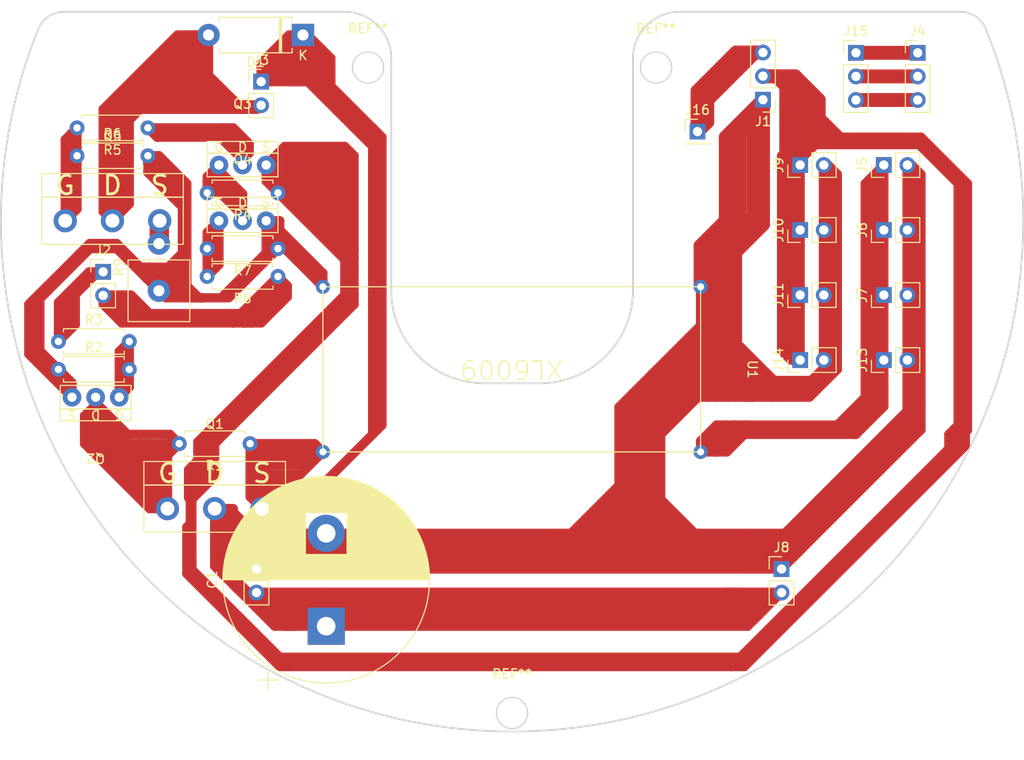
<source format=kicad_pcb>
(kicad_pcb (version 20211014) (generator pcbnew)
  (layers (0 "F.Cu" signal) (31 "B.Cu" signal) (34 "B.Paste" user) (35 "F.Paste" user) (36 "B.SilkS" user "B.Silkscreen") (37 "F.SilkS" user "F.Silkscreen") (38 "B.Mask" user) (39 "F.Mask" user) (44 "Edge.Cuts" user))
  (net 0 "")
  (net 1 "Net-(C1-Pad1)")
  (net 2 "GND")
  (net 3 "Net-(D1-Pad2)")
  (net 4 "+12V")
  (net 5 "+5V")
  (net 6 "digital1")
  (net 7 "digital2")
  (net 8 "Net-(Q1-Pad1)")
  (net 9 "+48V")
  (net 10 "Net-(Q2-Pad1)")
  (net 11 "Net-(Q3-Pad1)")
  (net 12 "5V")
  (net 13 "Net-(Q4-Pad1)")
  (net 14 "Net-(Q5-Pad1)")
  (net 15 "Net-(J1-Pad3)")
  (net 16 "Net-(Q5-Pad3)")
  (net 17 "Net-(J15-Pad1)")
  (net 18 "Net-(J15-Pad2)")
  (net 19 "Net-(J15-Pad3)")
  (footprint "KiCAD_library:Nch MOSFET" (layer "F.Cu") (at 121 77)
    (fp_text reference "Q3")
    (fp_text value "Q_PMOS_GDS")
  )
  (footprint "Connector_PinHeader_2.54mm:PinHeader_1x02_P2.54mm_Vertical" (layer "F.Cu") (at 181 84 90)
    (fp_text reference "J10")
    (fp_text value "Conn_01x02_Female")
  )
  (footprint "Connector_PinHeader_2.54mm:PinHeader_1x02_P2.54mm_Vertical" (layer "F.Cu") (at 190 84 90)
    (fp_text reference "J6")
    (fp_text value "Conn_01x02_Female")
  )
  (footprint "Resistor_THT:R_Axial_DIN0207_L6.3mm_D2.5mm_P7.62mm_Horizontal" (layer "F.Cu") (at 103.19 76)
    (fp_text reference "R6")
    (fp_text value "R")
  )
  (footprint "Connector_PinHeader_2.54mm:PinHeader_1x02_P2.54mm_Vertical" (layer "F.Cu") (at 123 68.025)
    (fp_text reference "J3")
    (fp_text value "Conn_01x02_Female")
  )
  (footprint "Resistor_THT:R_Axial_DIN0207_L6.3mm_D2.5mm_P7.62mm_Horizontal" (layer "F.Cu") (at 121.81 107 180)
    (fp_text reference "R1")
    (fp_text value "R")
  )
  (footprint "Connector_PinHeader_2.54mm:PinHeader_1x03_P2.54mm_Vertical" (layer "F.Cu") (at 193.65 64.92)
    (fp_text reference "J4")
    (fp_text value "Conn_01x03_Female")
  )
  (footprint "XL6009:XL6009" (layer "F.Cu") (at 175.366 99 -90)
    (fp_text reference "U1")
    (fp_text value "XL6009")
  )
  (footprint "Connector_PinHeader_2.54mm:PinHeader_1x02_P2.54mm_Vertical" (layer "F.Cu") (at 190 91 90)
    (fp_text reference "J7")
    (fp_text value "Conn_01x02_Female")
  )
  (footprint "MountingHole:MountingHole_3.2mm_M3" (layer "F.Cu") (at 150 136.000001)
    (fp_text reference "REF**")
    (fp_text value "MountingHole_3.2mm_M3")
  )
  (footprint "Connector_PinHeader_2.54mm:PinHeader_1x03_P2.54mm_Vertical" (layer "F.Cu") (at 187 64.92)
    (fp_text reference "J15")
    (fp_text value "Conn_01x03_Female")
  )
  (footprint "Resistor_THT:R_Axial_DIN0207_L6.3mm_D2.5mm_P7.62mm_Horizontal" (layer "F.Cu") (at 124.81 80 180)
    (fp_text reference "R4")
    (fp_text value "R")
  )
  (footprint "Connector_PinHeader_2.54mm:PinHeader_1x02_P2.54mm_Vertical" (layer "F.Cu") (at 190 77 90)
    (fp_text reference "J5")
    (fp_text value "Conn_01x02_Female")
  )
  (footprint "Connector_PinHeader_2.54mm:PinHeader_1x02_P2.54mm_Vertical" (layer "F.Cu") (at 179 120.5)
    (fp_text reference "J8")
    (fp_text value "Conn_01x02_Female")
  )
  (footprint "Connector_PinHeader_2.54mm:PinHeader_1x02_P2.54mm_Vertical" (layer "F.Cu") (at 122.5 120.496832)
    (fp_text reference "J12")
    (fp_text value "Conn_01x02_Female")
  )
  (footprint "KiCAD_library:Pch MOSFET" (layer "F.Cu") (at 118 114)
    (fp_text reference "Q1")
    (fp_text value "Q_PMOS_GDS")
  )
  (footprint "KiCAD_library:Pch MOSFET" (layer "F.Cu") (at 107 83)
    (fp_text reference "Q5")
    (fp_text value "Q_NMOS_GDS")
  )
  (footprint "MountingHole:MountingHole_3.2mm_M3" (layer "F.Cu") (at 134.5 66.5)
    (fp_text reference "REF**")
    (fp_text value "MountingHole_3.2mm_M3")
  )
  (footprint "Connector_PinHeader_2.54mm:PinHeader_1x02_P2.54mm_Vertical" (layer "F.Cu") (at 181 77 90)
    (fp_text reference "J9")
    (fp_text value "Conn_01x02_Female")
  )
  (footprint "Connector_PinHeader_2.54mm:PinHeader_1x01_P2.54mm_Vertical" (layer "F.Cu") (at 169.9525 73.4)
    (fp_text reference "J16")
    (fp_text value "Conn_01x01_Female")
  )
  (footprint "Connector_PinHeader_2.54mm:PinHeader_1x02_P2.54mm_Vertical" (layer "F.Cu") (at 181 91 90)
    (fp_text reference "J11")
    (fp_text value "Conn_01x02_Female")
  )
  (footprint "KiCAD_library:Nch MOSFET" (layer "F.Cu") (at 105.19 102 180)
    (fp_text reference "Q2")
    (fp_text value "Q_NMOS_GDS")
  )
  (footprint "MountingHole:MountingHole_3.2mm_M3" (layer "F.Cu") (at 165.5 66.5)
    (fp_text reference "REF**")
    (fp_text value "MountingHole_3.2mm_M3")
  )
  (footprint "Connector_PinHeader_2.54mm:PinHeader_1x02_P2.54mm_Vertical" (layer "F.Cu") (at 181 98 90)
    (fp_text reference "J14")
    (fp_text value "Conn_01x02_Female")
  )
  (footprint "Resistor_THT:R_Axial_DIN0207_L6.3mm_D2.5mm_P7.62mm_Horizontal" (layer "F.Cu") (at 101.19 96)
    (fp_text reference "R3")
    (fp_text value "R")
  )
  (footprint "Diode_THT:D_DO-15_P10.16mm_Horizontal" (layer "F.Cu") (at 127.5 63 180)
    (fp_text reference "D1")
    (fp_text value "D_Filled")
  )
  (footprint "Resistor_THT:R_Axial_DIN0207_L6.3mm_D2.5mm_P7.62mm_Horizontal" (layer "F.Cu") (at 124.81 89 180)
    (fp_text reference "R8")
    (fp_text value "R")
  )
  (footprint "Connector_PinHeader_2.54mm:PinHeader_1x02_P2.54mm_Vertical" (layer "F.Cu") (at 106 88.5)
    (fp_text reference "J2")
    (fp_text value "Conn_01x02_Female")
  )
  (footprint "Resistor_THT:R_Axial_DIN0207_L6.3mm_D2.5mm_P7.62mm_Horizontal" (layer "F.Cu") (at 101.19 99)
    (fp_text reference "R2")
    (fp_text value "R")
  )
  (footprint "Resistor_THT:R_Axial_Power_L20.0mm_W6.4mm_P5.08mm_Vertical" (layer "F.Cu") (at 112 90.54 90)
    (fp_text reference "R9")
    (fp_text value "R")
  )
  (footprint "Connector_PinHeader_2.54mm:PinHeader_1x02_P2.54mm_Vertical" (layer "F.Cu") (at 190 98 90)
    (fp_text reference "J13")
    (fp_text value "Conn_01x02_Female")
  )
  (footprint "Resistor_THT:R_Axial_DIN0207_L6.3mm_D2.5mm_P7.62mm_Horizontal" (layer "F.Cu") (at 110.81 73 180)
    (fp_text reference "R5")
    (fp_text value "R")
  )
  (footprint "Connector_PinHeader_2.54mm:PinHeader_1x03_P2.54mm_Vertical" (layer "F.Cu") (at 177 69.97 180)
    (fp_text reference "J1")
    (fp_text value "Conn_01x03_Female")
  )
  (footprint "Capacitor_THT:CP_Radial_D22.0mm_P10.00mm_SnapIn" (layer "F.Cu") (at 130 126.657832 90)
    (fp_text reference "C1")
    (fp_text value "C")
  )
  (footprint "KiCAD_library:Nch MOSFET" (layer "F.Cu") (at 121 83)
    (fp_text reference "Q4")
    (fp_text value "Q_NMOS_GDS")
  )
  (footprint "Resistor_THT:R_Axial_DIN0207_L6.3mm_D2.5mm_P7.62mm_Horizontal" (layer "F.Cu") (at 124.81 86 180)
    (fp_text reference "R7")
    (fp_text value "R")
  )
  (gr_arc (start 147 100.5) (mid 139.928933 97.571068) (end 137 90.5) (layer "Edge.Cuts") (width 0.2))
  (gr_arc (start 200.986365 62.375) (mid 150 138) (end 99.013635 62.375) (layer "Edge.Cuts") (width 0.2))
  (gr_line (start 163.01075 65.5) (end 163.01075 90.5) (layer "Edge.Cuts") (width 0.2))
  (gr_arc (start 132 60.5) (mid 135.535534 61.964466) (end 137 65.5) (layer "Edge.Cuts") (width 0.2))
  (gr_arc (start 198.20529 60.5) (mid 199.882346 61.012528) (end 200.986365 62.375) (layer "Edge.Cuts") (width 0.2))
  (gr_line (start 153.01075 100.5) (end 147 100.5) (layer "Edge.Cuts") (width 0.2))
  (gr_circle (center 150 136.000001) (end 151.65 136.000001) (layer "Edge.Cuts") (width 0.2) (fill none))
  (gr_line (start 198.20529 60.5) (end 168.01075 60.5) (layer "Edge.Cuts") (width 0.2))
  (gr_circle (center 165.5 66.5) (end 167.15 66.5) (layer "Edge.Cuts") (width 0.2) (fill none))
  (gr_arc (start 163.01075 65.5) (mid 164.475213 61.964449) (end 168.01075 60.5) (layer "Edge.Cuts") (width 0.2))
  (gr_arc (start 163.01075 90.5) (mid 160.081818 97.571068) (end 153.01075 100.5) (layer "Edge.Cuts") (width 0.2))
  (gr_line (start 132 60.5) (end 101.79471 60.5) (layer "Edge.Cuts") (width 0.2))
  (gr_circle (center 134.5 66.5) (end 136.15 66.5) (layer "Edge.Cuts") (width 0.2) (fill none))
  (gr_line (start 137 90.5) (end 137 65.5) (layer "Edge.Cuts") (width 0.2))
  (gr_arc (start 99.013635 62.375) (mid 100.11766 61.012535) (end 101.79471 60.5) (layer "Edge.Cuts") (width 0.2))
  (segment (start 125.5 65.5) (end 124.5 65.5) (width 1) (layer "F.Cu") (net 1))
  (segment (start 120 117) (end 121 118) (width 1) (layer "F.Cu") (net 1))
  (segment (start 120 115) (end 121.5 116.5) (width 1) (layer "F.Cu") (net 1))
  (segment (start 135.5 105.5) (end 135 106) (width 1) (layer "F.Cu") (net 1))
  (segment (start 124.5125 66.5125) (end 123 68.025) (width 1) (layer "F.Cu") (net 1))
  (segment (start 177 124) (end 176 123) (width 1) (layer "F.Cu") (net 1))
  (segment (start 127.5 65.5) (end 130.025 68.025) (width 1) (layer "F.Cu") (net 1))
  (segment (start 126 63) (end 123 66) (width 1) (layer "F.Cu") (net 1))
  (segment (start 118.5 117.5) (end 119 118) (width 1) (layer "F.Cu") (net 1))
  (segment (start 128.025 68.025) (end 125.975 68.025) (width 1) (layer "F.Cu") (net 1))
  (segment (start 122.5 122.996832) (end 122.5 123.5) (width 1) (layer "F.Cu") (net 1))
  (segment (start 124.025 67.975) (end 125 67) (width 1) (layer "F.Cu") (net 1))
  (segment (start 122.5 116.5) (end 123.5 116.5) (width 1) (layer "F.Cu") (net 1))
  (segment (start 118 116) (end 119 116) (width 1) (layer "F.Cu") (net 1))
  (segment (start 120.807588 115.192412) (end 120.615176 115) (width 1) (layer "F.Cu") (net 1))
  (segment (start 125 65) (end 126 65) (width 1) (layer "F.Cu") (net 1))
  (segment (start 124.5 125.5) (end 125.657832 126.657832) (width 1) (layer "F.Cu") (net 1))
  (segment (start 129.5 66.5) (end 130.5 67.5) (width 1) (layer "F.Cu") (net 1))
  (segment (start 125.5 67.5) (end 126.5 67.5) (width 1) (layer "F.Cu") (net 1))
  (segment (start 126 126) (end 127 126) (width 1) (layer "F.Cu") (net 1))
  (segment (start 124.5 124.5) (end 124 125) (width 1) (layer "F.Cu") (net 1))
  (segment (start 130 126.657832) (end 130 123) (width 1) (layer "F.Cu") (net 1))
  (segment (start 124.5 116.5) (end 135 106) (width 1) (layer "F.Cu") (net 1))
  (segment (start 118 117) (end 118 118) (width 1) (layer "F.Cu") (net 1))
  (segment (start 177 125) (end 179 123) (width 1) (layer "F.Cu") (net 1))
  (segment (start 119 117) (end 119 116) (width 1) (layer "F.Cu") (net 1))
  (segment (start 136 74) (end 136 105) (width 1) (layer "F.Cu") (net 1))
  (segment (start 118 114) (end 118 116) (width 1) (layer "F.Cu") (net 1))
  (segment (start 120 120) (end 118.901584 118.901584) (width 1) (layer "F.Cu") (net 1))
  (segment (start 123.5 123.5) (end 123 124) (width 1) (layer "F.Cu") (net 1))
  (segment (start 119 115) (end 119 114.615176) (width 1) (layer "F.Cu") (net 1))
  (segment (start 135.5 105.5) (end 135.5 73.5) (width 1) (layer "F.Cu") (net 1))
  (segment (start 120.5 116.5) (end 121.5 116.5) (width 1) (layer "F.Cu") (net 1))
  (segment (start 118.901584 121.098416) (end 118.901584 118.901584) (width 1) (layer "F.Cu") (net 1))
  (segment (start 120.8 122.996832) (end 122.5 122.996832) (width 1) (layer "F.Cu") (net 1))
  (segment (start 128.025 68.025) (end 127.5 67.5) (width 1) (layer "F.Cu") (net 1))
  (segment (start 124.025 68.025) (end 123 68.025) (width 1) (layer "F.Cu") (net 1))
  (segment (start 175.5 124.5) (end 124.5 124.5) (width 1) (layer "F.Cu") (net 1))
  (segment (start 118 117) (end 118.5 117.5) (width 1) (layer "F.Cu") (net 1))
  (segment (start 126.5 67.5) (end 127.5 67.5) (width 1) (layer "F.Cu") (net 1))
  (segment (start 122.5 122.996832) (end 123.996832 122.996832) (width 1) (layer "F.Cu") (net 1))
  (segment (start 127.5 64.5) (end 128.5 64.5) (width 1) (layer "F.Cu") (net 1))
  (segment (start 120 121.397442) (end 121.59939 122.996832) (width 1) (layer "F.Cu") (net 1))
  (segment (start 173 124) (end 174 124) (width 1) (layer "F.Cu") (net 1))
  (segment (start 124 124) (end 125 125) (width 1) (layer "F.Cu") (net 1))
  (segment (start 126.657832 126.657832) (end 130 126.657832) (width 1) (layer "F.Cu") (net 1))
  (segment (start 125.657832 126.657832) (end 126.657832 126.657832) (width 1) (layer "F.Cu") (net 1))
  (segment (start 118.901584 118.901584) (end 118.901584 118.098416) (width 1) (layer "F.Cu") (net 1))
  (segment (start 123 118) (end 123.5 117.5) (width 1) (layer "F.Cu") (net 1))
  (segment (start 124.5 123.5) (end 124 124) (width 1) (layer "F.Cu") (net 1))
  (segment (start 118 114) (end 119 115) (width 1) (layer "F.Cu") (net 1))
  (segment (start 124.025 68.025) (end 124.025 67.975) (width 1) (layer "F.Cu") (net 1))
  (segment (start 120 117.803168) (end 118.901584 118.901584) (width 1) (layer "F.Cu") (net 1))
  (segment (start 125.975 68.025) (end 124.025 68.025) (width 1) (layer "F.Cu") (net 1))
  (segment (start 174.5 125.5) (end 124.5 125.5) (width 1) (layer "F.Cu") (net 1))
  (segment (start 135 74) (end 135 73) (width 1) (layer "F.Cu") (net 1))
  (segment (start 122.115176 116.5) (end 122.5 116.5) (width 1) (layer "F.Cu") (net 1))
  (segment (start 124.5 65.5) (end 125 65) (width 1) (layer "F.Cu") (net 1))
  (segment (start 126.5 67.5) (end 124.5 65.5) (width 1) (layer "F.Cu") (net 1))
  (segment (start 173.003168 122.996832) (end 174.996832 122.996832) (width 1) (layer "F.Cu") (net 1))
  (segment (start 118.901584 118.098416) (end 119 118) (width 1) (layer "F.Cu") (net 1))
  (segment (start 124.5125 66.5125) (end 125 67) (width 1) (layer "F.Cu") (net 1))
  (segment (start 130 123) (end 130.003168 122.996832) (width 1) (layer "F.Cu") (net 1))
  (segment (start 125 125) (end 126 126) (width 1) (layer "F.Cu") (net 1))
  (segment (start 123.996832 122.996832) (end 130.003168 122.996832) (width 1) (layer "F.Cu") (net 1))
  (segment (start 123 67) (end 123 68.025) (width 1) (layer "F.Cu") (net 1))
  (segment (start 123.5 123.5) (end 124 124) (width 1) (layer "F.Cu") (net 1))
  (segment (start 120 118) (end 120 120) (width 1) (layer "F.Cu") (net 1))
  (segment (start 127.5 63) (end 127.5 64.5) (width 1) (layer "F.Cu") (net 1))
  (segment (start 127.5 63) (end 127.5 63.525) (width 1) (layer "F.Cu") (net 1))
  (segment (start 127.5 64.5) (end 129.5 64.5) (width 1) (layer "F.Cu") (net 1))
  (segment (start 119 115) (end 120 116) (width 1) (layer "F.Cu") (net 1))
  (segment (start 177.003168 123.003168) (end 178 124) (width 1) (layer "F.Cu") (net 1))
  (segment (start 129.5 68.5) (end 128.5 68.5) (width 1) (layer "F.Cu") (net 1))
  (segment (start 128.5 64.5) (end 130 66) (width 1) (layer "F.Cu") (net 1))
  (segment (start 128 63) (end 129.5 64.5) (width 1) (layer "F.Cu") (net 1))
  (segment (start 123.996832 122.996832) (end 123.996832 123.003168) (width 1) (layer "F.Cu") (net 1))
  (segment (start 176 125) (end 176.5 125.5) (width 1) (layer "F.Cu") (net 1))
  (segment (start 120 122.196832) (end 120 121) (width 1) (layer "F.Cu") (net 1))
  (segment (start 174.996832 122.996832) (end 175.5 123.5) (width 1) (layer "F.Cu") (net 1))
  (segment (start 118 116) (end 119 115) (width 1) (layer "F.Cu") (net 1))
  (segment (start 130.5 68.5) (end 130.025 68.025) (width 1) (layer "F.Cu") (net 1))
  (segment (start 122.5 123.5) (end 124 125) (width 1) (layer "F.Cu") (net 1))
  (segment (start 119.615176 114) (end 118 114) (width 1) (layer "F.Cu") (net 1))
  (segment (start 176 126) (end 176.5 125.5) (width 1) (layer "F.Cu") (net 1))
  (segment (start 135 75) (end 135 74) (width 1) (layer "F.Cu") (net 1))
  (segment (start 178.996832 122.996832) (end 179 123) (width 1) (layer "F.Cu") (net 1))
  (segment (start 118 117) (end 119 117) (width 1) (layer "F.Cu") (net 1))
  (segment (start 135.5 73.5) (end 135 73) (width 1) (layer "F.Cu") (net 1))
  (segment (start 135 73) (end 130.5 68.5) (width 1) (layer "F.Cu") (net 1))
  (segment (start 176 123) (end 175.996832 122.996832) (width 1) (layer "F.Cu") (net 1))
  (segment (start 130.5 65.5) (end 130.5 67.5) (width 1) (layer "F.Cu") (net 1))
  (segment (start 120 121) (end 120 120) (width 1) (layer "F.Cu") (net 1))
  (segment (start 135 74) (end 129.5 68.5) (width 1) (layer "F.Cu") (net 1))
  (segment (start 175.5 124.5) (end 176.5 125.5) (width 1) (layer "F.Cu") (net 1))
  (segment (start 176 126) (end 176 124) (width 1) (layer "F.Cu") (net 1))
  (segment (start 118 114) (end 120 114) (width 1) (layer "F.Cu") (net 1))
  (segment (start 135 106) (end 135 75) (width 1) (layer "F.Cu") (net 1))
  (segment (start 175 126) (end 174.5 125.5) (width 1) (layer "F.Cu") (net 1))
  (segment (start 118.5 117.5) (end 122.5 117.5) (width 1) (layer "F.Cu") (net 1))
  (segment (start 173.003168 122.996832) (end 173.996832 122.996832) (width 1) (layer "F.Cu") (net 1))
  (segment (start 120 114.384824) (end 121.307588 115.692412) (width 1) (layer "F.Cu") (net 1))
  (segment (start 176.5 125.5) (end 177 125) (width 1) (layer "F.Cu") (net 1))
  (segment (start 125 125) (end 176 125) (width 1) (layer "F.Cu") (net 1))
  (segment (start 136 105) (end 135.5 105.5) (width 1) (layer "F.Cu") (net 1))
  (segment (start 175.996832 122.996832) (end 177.003168 122.996832) (width 1) (layer "F.Cu") (net 1))
  (segment (start 173.996832 122.996832) (end 175.5 124.5) (width 1) (layer "F.Cu") (net 1))
  (segment (start 120 120) (end 118.901584 121.098416) (width 1) (layer "F.Cu") (net 1))
  (segment (start 177 125) (end 176 124) (width 1) (layer "F.Cu") (net 1))
  (segment (start 118.901584 121.098416) (end 120.401584 122.598416) (width 1) (layer "F.Cu") (net 1))
  (segment (start 121 118) (end 120 119) (width 1) (layer "F.Cu") (net 1))
  (segment (start 121.5 116.5) (end 122.5 116.5) (width 1) (layer "F.Cu") (net 1))
  (segment (start 126 65) (end 129.5 68.5) (width 1) (layer "F.Cu") (net 1))
  (segment (start 125 67) (end 125.5 67.5) (width 1) (layer "F.Cu") (net 1))
  (segment (start 119 114.615176) (end 119.615176 114) (width 1) (layer "F.Cu") (net 1))
  (segment (start 133 73) (end 135 73) (width 1) (layer "F.Cu") (net 1))
  (segment (start 177.003168 122.996832) (end 178.996832 122.996832) (width 1) (layer "F.Cu") (net 1))
  (segment (start 123.5 117.5) (end 124.5 116.5) (width 1) (layer "F.Cu") (net 1))
  (segment (start 130.5 67.5) (end 130.5 68.5) (width 1) (layer "F.Cu") (net 1))
  (segment (start 130.025 68.025) (end 125.975 68.025) (width 1) (layer "F.Cu") (net 1))
  (segment (start 127 126) (end 129.342168 126) (width 1) (layer "F.Cu") (net 1))
  (segment (start 123 117) (end 123.5 116.5) (width 1) (layer "F.Cu") (net 1))
  (segment (start 127.5 63) (end 128 63) (width 1) (layer "F.Cu") (net 1))
  (segment (start 133 73) (end 128.5 68.5) (width 1) (layer "F.Cu") (net 1))
  (segment (start 123 66) (end 123 67) (width 1) (layer "F.Cu") (net 1))
  (segment (start 130 66) (end 129 66) (width 1) (layer "F.Cu") (net 1))
  (segment (start 135 73) (end 136 74) (width 1) (layer "F.Cu") (net 1))
  (segment (start 175.5 123.5) (end 124.5 123.5) (width 1) (layer "F.Cu") (net 1))
  (segment (start 127 126) (end 176 126) (width 1) (layer "F.Cu") (net 1))
  (segment (start 127 63) (end 127.5 63) (width 1) (layer "F.Cu") (net 1))
  (segment (start 135 75) (end 133 73) (width 1) (layer "F.Cu") (net 1))
  (segment (start 119 118) (end 120 118) (width 1) (layer "F.Cu") (net 1))
  (segment (start 120 114) (end 120 114.384824) (width 1) (layer "F.Cu") (net 1))
  (segment (start 125 65) (end 127 65) (width 1) (layer "F.Cu") (net 1))
  (segment (start 176 126) (end 175 126) (width 1) (layer "F.Cu") (net 1))
  (segment (start 120.401584 122.598416) (end 120.8 122.996832) (width 1) (layer "F.Cu") (net 1))
  (segment (start 120 121) (end 120 121.397442) (width 1) (layer "F.Cu") (net 1))
  (segment (start 120 116) (end 120.5 116.5) (width 1) (layer "F.Cu") (net 1))
  (segment (start 121.59939 122.996832) (end 122.5 122.996832) (width 1) (layer "F.Cu") (net 1))
  (segment (start 118 118) (end 118 120.196832) (width 1) (layer "F.Cu") (net 1))
  (segment (start 120 118) (end 121 118) (width 1) (layer "F.Cu") (net 1))
  (segment (start 174 124) (end 176 126) (width 1) (layer "F.Cu") (net 1))
  (segment (start 121.307588 115.692412) (end 122.115176 116.5) (width 1) (layer "F.Cu") (net 1))
  (segment (start 121 118) (end 123 118) (width 1) (layer "F.Cu") (net 1))
  (segment (start 120 116) (end 120 117.803168) (width 1) (layer "F.Cu") (net 1))
  (segment (start 178 124) (end 177 124) (width 1) (layer "F.Cu") (net 1))
  (segment (start 177.003168 122.996832) (end 177.003168 123.003168) (width 1) (layer "F.Cu") (net 1))
  (segment (start 119 117) (end 123 117) (width 1) (layer "F.Cu") (net 1))
  (segment (start 120 122.196832) (end 120.401584 122.598416) (width 1) (layer "F.Cu") (net 1))
  (segment (start 130 126.657832) (end 175.342168 126.657832) (width 1) (layer "F.Cu") (net 1))
  (segment (start 123.996832 123.003168) (end 123.5 123.5) (width 1) (layer "F.Cu") (net 1))
  (segment (start 127 65) (end 127.5 64.5) (width 1) (layer "F.Cu") (net 1))
  (segment (start 125 65) (end 127 63) (width 1) (layer "F.Cu") (net 1))
  (segment (start 122.5 117.5) (end 123 117) (width 1) (layer "F.Cu") (net 1))
  (segment (start 128.5 68.5) (end 128.025 68.025) (width 1) (layer "F.Cu") (net 1))
  (segment (start 121.307588 115.692412) (end 120.807588 115.192412) (width 1) (layer "F.Cu") (net 1))
  (segment (start 118.5 116.5) (end 118 116) (width 1) (layer "F.Cu") (net 1))
  (segment (start 118 117) (end 120 117) (width 1) (layer "F.Cu") (net 1))
  (segment (start 127.5 63.525) (end 124.5125 66.5125) (width 1) (layer "F.Cu") (net 1))
  (segment (start 176 124) (end 176 123) (width 1) (layer "F.Cu") (net 1))
  (segment (start 123 67) (end 124.5 65.5) (width 1) (layer "F.Cu") (net 1))
  (segment (start 130.003168 122.996832) (end 173.003168 122.996832) (width 1) (layer "F.Cu") (net 1))
  (segment (start 120 119) (end 120 122.196832) (width 1) (layer "F.Cu") (net 1))
  (segment (start 118 116) (end 118 117) (width 1) (layer "F.Cu") (net 1))
  (segment (start 122.5 116.5) (end 118.5 116.5) (width 1) (layer "F.Cu") (net 1))
  (segment (start 129 66) (end 129.5 66.5) (width 1) (layer "F.Cu") (net 1))
  (segment (start 120.615176 115) (end 120 115) (width 1) (layer "F.Cu") (net 1))
  (segment (start 123.5 116.5) (end 124.5 116.5) (width 1) (layer "F.Cu") (net 1))
  (segment (start 124 124) (end 173 124) (width 1) (layer "F.Cu") (net 1))
  (segment (start 124.461 126.657832) (end 126.657832 126.657832) (width 1) (layer "F.Cu") (net 1))
  (segment (start 127.5 67.5) (end 125.5 65.5) (width 1) (layer "F.Cu") (net 1))
  (segment (start 124 125) (end 124.5 125.5) (width 1) (layer "F.Cu") (net 1))
  (segment (start 118 118) (end 120 118) (width 1) (layer "F.Cu") (net 1))
  (segment (start 127.5 63) (end 126 63) (width 1) (layer "F.Cu") (net 1))
  (segment (start 129.5 66.5) (end 127.5 64.5) (width 1) (layer "F.Cu") (net 1))
  (segment (start 129.342168 126) (end 130 126.657832) (width 1) (layer "F.Cu") (net 1))
  (segment (start 175.342168 126.657832) (end 177 125) (width 1) (layer "F.Cu") (net 1))
  (segment (start 174.5 125.5) (end 173 124) (width 1) (layer "F.Cu") (net 1))
  (segment (start 120 122.196832) (end 124.461 126.657832) (width 1) (layer "F.Cu") (net 1))
  (segment (start 173.003168 122.996832) (end 175.996832 122.996832) (width 1) (layer "F.Cu") (net 1))
  (segment (start 175.5 123.5) (end 177 125) (width 1) (layer "F.Cu") (net 1))
  (segment (start 118 120.196832) (end 118.901584 121.098416) (width 1) (layer "F.Cu") (net 1))
  (segment (start 127.5 64.5) (end 127.5 65.5) (width 1) (layer "F.Cu") (net 1))
  (segment (start 129.5 64.5) (end 130.5 65.5) (width 1) (layer "F.Cu") (net 1))
  (segment (start 119 116) (end 120 116) (width 1) (layer "F.Cu") (net 1))
  (segment (start 120.807588 115.192412) (end 119.615176 114) (width 1) (layer "F.Cu") (net 1))
  (segment (start 100 90) (end 103.5 86.5) (width 1) (layer "F.Cu") (net 2))
  (segment (start 107.46 86) (end 110.73 89.27) (width 1) (layer "F.Cu") (net 2))
  (segment (start 125.7 119.7) (end 126.3 119.7) (width 1) (layer "F.Cu") (net 2))
  (segment (start 183.5 98) (end 183.5 99.5) (width 1) (layer "F.Cu") (net 2))
  (segment (start 125 84) (end 124.54 84) (width 1) (layer "F.Cu") (net 2))
  (segment (start 163.286 101.286) (end 162.286 102.286) (width 1) (layer "F.Cu") (net 2))
  (segment (start 176 100) (end 175 99) (width 1) (layer "F.Cu") (net 2))
  (segment (start 132.839 118.161) (end 128.496832 118.161) (width 1) (layer "F.Cu") (net 2))
  (segment (start 165.5 100.5) (end 166 101) (width 1) (layer "F.Cu") (net 2))
  (segment (start 99 98) (end 99 98.35) (width 1) (layer "F.Cu") (net 2))
  (segment (start 130 120.493664) (end 129.996832 120.496832) (width 1) (layer "F.Cu") (net 2))
  (segment (start 174 98) (end 173.5 97.5) (width 1) (layer "F.Cu") (net 2))
  (segment (start 111 89) (end 110.73 89.27) (width 1) (layer "F.Cu") (net 2))
  (segment (start 180.25 119.25) (end 180.25 118.25) (width 1) (layer "F.Cu") (net 2))
  (segment (start 164.5 100.5) (end 164.5 113.5) (width 1) (layer "F.Cu") (net 2))
  (segment (start 161.506336 114.5) (end 167.5 114.5) (width 1) (layer "F.Cu") (net 2))
  (segment (start 183.5 91) (end 183.5 98) (width 1) (layer "F.Cu") (net 2))
  (segment (start 98.325 97.675) (end 98.325 91.675) (width 1) (layer "F.Cu") (net 2))
  (segment (start 129.154664 119.154664) (end 130 118.309328) (width 1) (layer "F.Cu") (net 2))
  (segment (start 129.154664 119.839) (end 129.154664 117.503168) (width 1) (layer "F.Cu") (net 2))
  (segment (start 177 69.97) (end 177 82) (width 1.5) (layer "F.Cu") (net 2))
  (segment (start 115 87.54) (end 114.27 88.27) (width 1) (layer "F.Cu") (net 2))
  (segment (start 127.503168 119.154664) (end 130 116.657832) (width 1) (layer "F.Cu") (net 2))
  (segment (start 132.842168 117.157832) (end 133.25 117.565664) (width 1) (layer "F.Cu") (net 2))
  (segment (start 125.7 119.7) (end 126.957832 119.7) (width 1) (layer "F.Cu") (net 2))
  (segment (start 130.25 119.25) (end 130 119) (width 1) (layer "F.Cu") (net 2))
  (segment (start 122.5 120.496832) (end 127.503168 120.496832) (width 1) (layer "F.Cu") (net 2))
  (segment (start 182.20061 100.2) (end 183.5 98.90061) (width 1) (layer "F.Cu") (net 2))
  (segment (start 165.5 101.5) (end 166 102) (width 1) (layer "F.Cu") (net 2))
  (segment (start 163.5 113.5) (end 164.5 113.5) (width 1) (layer "F.Cu") (net 2))
  (segment (start 125 84) (end 125 83) (width 1) (layer "F.Cu") (net 2))
  (segment (start 162 114) (end 163 114) (width 1) (layer "F.Cu") (net 2))
  (segment (start 111 88) (end 110 88) (width 1) (layer "F.Cu") (net 2))
  (segment (start 129.646 90.11) (end 129.646 88.646) (width 1) (layer "F.Cu") (net 2))
  (segment (start 127.342168 116.657832) (end 125 119) (width 1) (layer "F.Cu") (net 2))
  (segment (start 115 87.54) (end 115 90) (width 1) (layer "F.Cu") (net 2))
  (segment (start 175 118) (end 180 118) (width 1) (layer "F.Cu") (net 2))
  (segment (start 110.73 89.27) (end 112 90.54) (width 1) (layer "F.Cu") (net 2))
  (segment (start 168 102) (end 173 97) (width 1) (layer "F.Cu") (net 2))
  (segment (start 98.325 97.675) (end 99 98.35) (width 1) (layer "F.Cu") (net 2))
  (segment (start 176.5 100.5) (end 176 100) (width 1) (layer "F.Cu") (net 2))
  (segment (start 177 101) (end 182 101) (width 1) (layer "F.Cu") (net 2))
  (segment (start 129.996832 120.496832) (end 161.503168 120.496832) (width 1) (layer "F.Cu") (net 2))
  (segment (start 175.75 117.25) (end 177.75 117.25) (width 1) (layer "F.Cu") (net 2))
  (segment (start 192.5 103.5) (end 192.5 107) (width 1) (layer "F.Cu") (net 2))
  (segment (start 178 102) (end 177.5 101.5) (width 1) (layer "F.Cu") (net 2))
  (segment (start 111 89) (end 111 88) (width 1) (layer "F.Cu") (net 2))
  (segment (start 124.81 86) (end 119.81 91) (width 1) (layer "F.Cu") (net 2))
  (segment (start 171.176 91) (end 171.176 93.176) (width 1) (layer "F.Cu") (net 2))
  (segment (start 168.5 102.5) (end 170 101) (width 1) (layer "F.Cu") (net 2))
  (segment (start 114 91) (end 113.5 90.5) (width 1) (layer "F.Cu") (net 2))
  (segment (start 122.5 119.7) (end 124.3 119.7) (width 1) (layer "F.Cu") (net 2))
  (segment (start 170.286 86.714) (end 173.5 83.5) (width 1.5) (layer "F.Cu") (net 2))
  (segment (start 125 83) (end 123.54 83) (width 1) (layer "F.Cu") (net 2))
  (segment (start 173.5 95.5) (end 178.2 100.2) (width 1) (layer "F.Cu") (net 2))
  (segment (start 115 91) (end 115.3 91.3) (width 1) (layer "F.Cu") (net 2))
  (segment (start 124.81 86) (end 124 86) (width 1) (layer "F.Cu") (net 2))
  (segment (start 161 114) (end 161 115.315664) (width 1) (layer "F.Cu") (net 2))
  (segment (start 171.176 93.176) (end 173.5 95.5) (width 1) (layer "F.Cu") (net 2))
  (segment (start 163.786 100.786) (end 163.786 113.214) (width 1) (layer "F.Cu") (net 2))
  (segment (start 154.657832 116.657832) (end 157.657832 116.657832) (width 1) (layer "F.Cu") (net 2))
  (segment (start 166 103) (end 166 104) (width 1) (layer "F.Cu") (net 2))
  (segment (start 171.5 87.5) (end 174.5 84.5) (width 1.5) (layer "F.Cu") (net 2))
  (segment (start 174.657832 117.157832) (end 175.157832 116.657832) (width 1) (layer "F.Cu") (net 2))
  (segment (start 171.698 88.698) (end 171.698 96.698) (width 1.5) (layer "F.Cu") (net 2))
  (segment (start 158.342168 116.657832) (end 159.657832 116.657832) (width 1) (layer "F.Cu") (net 2))
  (segment (start 167 104) (end 168 103) (width 1) (layer "F.Cu") (net 2))
  (segment (start 165.5 105.5) (end 166.5 104.5) (width 1) (layer "F.Cu") (net 2))
  (segment (start 170.286 88.714) (end 171.5 87.5) (width 1.5) (layer "F.Cu") (net 2))
  (segment (start 177.75 117.25) (end 181.25 117.25) (width 1) (layer "F.Cu") (net 2))
  (segment (start 177 82) (end 177 83.396) (width 1.5) (layer "F.Cu") (net 2))
  (segment (start 178.2 100.2) (end 182.20061 100.2) (width 1) (layer "F.Cu") (net 2))
  (segment (start 166 102) (end 167 103) (width 1) (layer "F.Cu") (net 2))
  (segment (start 163.786 113.214) (end 163.5 113.5) (width 1) (layer "F.Cu") (net 2))
  (segment (start 171 102) (end 174.5 98.5) (width 1) (layer "F.Cu") (net 2))
  (segment (start 184.5 78.5) (end 184.5 99.5) (width 1) (layer "F.Cu") (net 2))
  (segment (start 171.5 95.5) (end 171 95) (width 1) (layer "F.Cu") (net 2))
  (segment (start 166 106) (end 166 113) (width 1) (layer "F.Cu") (net 2))
  (segment (start 164.5 113.5) (end 165.5 113.5) (width 1) (layer "F.Cu") (net 2))
  (segment (start 133.342168 117.657832) (end 132.342168 116.657832) (width 1) (layer "F.Cu") (net 2))
  (segment (start 184 100) (end 184 79) (width 1) (layer "F.Cu") (net 2))
  (segment (start 183.5 84) (end 183.5 91) (width 1) (layer "F.Cu") (net 2))
  (segment (start 192.5 91) (end 192.5 98) (width 1) (layer "F.Cu") (net 2))
  (segment (start 112.76 91.3) (end 116.7 91.3) (width 1) (layer "F.Cu") (net 2))
  (segment (start 173.5 74.5) (end 173.5 83.5) (width 1.5) (layer "F.Cu") (net 2))
  (segment (start 170.286 93.286) (end 170.286 90.11) (width 1) (layer "F.Cu") (net 2))
  (segment (start 99.19 97) (end 99 97) (width 1) (layer "F.Cu") (net 2))
  (segment (start 110.81 77.81) (end 114.53 81.53) (width 1) (layer "F.Cu") (net 2))
  (segment (start 176.75 118.25) (end 177.25 118.75) (width 1) (layer "F.Cu") (net 2))
  (segment (start 193.5 104.5) (end 194 105) (width 1) (layer "F.Cu") (net 2))
  (segment (start 98 92) (end 98 97.35) (width 1) (layer "F.Cu") (net 2))
  (segment (start 193 105) (end 193 77) (width 1) (layer "F.Cu") (net 2))
  (segment (start 162.286 102.286) (end 161.503168 103.068832) (width 1) (layer "F.Cu") (net 2))
  (segment (start 124.81 86) (end 125.536 86) (width 1) (layer "F.Cu") (net 2))
  (segment (start 101.825 101.175) (end 102.65 102) (width 1) (layer "F.Cu") (net 2))
  (segment (start 159.657832 116.657832) (end 160.657832 116.657832) (width 1) (layer "F.Cu") (net 2))
  (segment (start 171.698 88.698) (end 170.286 90.11) (width 1.5) (layer "F.Cu") (net 2))
  (segment (start 131.25 118.75) (end 177.25 118.75) (width 1) (layer "F.Cu") (net 2))
  (segment (start 166 102) (end 166 103) (width 1) (layer "F.Cu") (net 2))
  (segment (start 128.496832 120.496832) (end 129.496832 120.496832) (width 1) (layer "F.Cu") (net 2))
  (segment (start 194 104) (end 194 105) (width 1) (layer "F.Cu") (net 2))
  (segment (start 174.5 73.5) (end 173.5 74.5) (width 1.5) (layer "F.Cu") (net 2))
  (segment (start 170.286 86.714) (end 170.286 88.714) (width 1.5) (layer "F.Cu") (net 2))
  (segment (start 179 102) (end 178 102) (width 1) (layer "F.Cu") (net 2))
  (segment (start 160.657832 116.657832) (end 160.657832 115.657832) (width 1) (layer "F.Cu") (net 2))
  (segment (start 133 118) (end 132.839 118.161) (width 1) (layer "F.Cu") (net 2))
  (segment (start 194 105.5) (end 192.5 107) (width 1) (layer "F.Cu") (net 2))
  (segment (start 129.154664 119.154664) (end 130 120) (width 1) (layer "F.Cu") (net 2))
  (segment (start 124.54 84) (end 124.54 84.54) (width 1) (layer "F.Cu") (net 2))
  (segment (start 168 115) (end 169 116) (width 1) (layer "F.Cu") (net 2))
  (segment (start 124.54 84) (end 123.54 83) (width 1) (layer "F.Cu") (net 2))
  (segment (start 112 76) (end 115 79) (width 1) (layer "F.Cu") (net 2))
  (segment (start 163 114) (end 165 114) (width 1) (layer "F.Cu") (net 2))
  (segment (start 174.5 98.5) (end 174 98) (width 1) (layer "F.Cu") (net 2))
  (segment (start 180.25 119.25) (end 177.75 119.25) (width 1) (layer "F.Cu") (net 2))
  (segment (start 129.085832 118.75) (end 131.25 118.75) (width 1) (layer "F.Cu") (net 2))
  (segment (start 126.3 119.7) (end 129.342168 116.657832) (width 1) (layer "F.Cu") (net 2))
  (segment (start 192.5 98) (end 192.5 103.5) (width 1) (layer "F.Cu") (net 2))
  (segment (start 130 119) (end 130 116.657832) (width 1) (layer "F.Cu") (net 2))
  (segment (start 163 101.572) (end 163 114) (width 1) (layer "F.Cu") (net 2))
  (segment (start 171 95) (end 170.286 94.286) (width 1) (layer "F.Cu") (net 2))
  (segment (start 157.657832 116.657832) (end 158.342168 116.657832) (width 1) (layer "F.Cu") (net 2))
  (segment (start 173.5 85.5) (end 173.5 95.5) (width 1.5) (layer "F.Cu") (net 2))
  (segment (start 180 118) (end 181 118) (width 1) (layer "F.Cu") (net 2))
  (segment (start 102.65 100.46) (end 101.19 99) (width 1) (layer "F.Cu") (net 2))
  (segment (start 167.684336 115.315664) (end 168 115) (width 1) (layer "F.Cu") (net 2))
  (segment (start 170.5 101.5) (end 174 98) (width 1) (layer "F.Cu") (net 2))
  (segment (start 184.5 77.5) (end 184.5 78.5) (width 1) (layer "F.Cu") (net 2))
  (segment (start 114.27 88.27) (end 114.27 90.73) (width 1) (layer "F.Cu") (net 2))
  (segment (start 166 101) (end 171.5 95.5) (width 1) (layer "F.Cu") (net 2))
  (segment (start 170 101) (end 170.5 101.5) (width 1) (layer "F.Cu") (net 2))
  (segment (start 173.5 97.5) (end 173 97) (width 1) (layer "F.Cu") (net 2))
  (segment (start 130 116.657832) (end 130 120) (width 1) (layer "F.Cu") (net 2))
  (segment (start 170.286 93.286) (end 179 102) (width 1) (layer "F.Cu") (net 2))
  (segment (start 165 114) (end 165 99.572) (width 1) (layer "F.Cu") (net 2))
  (segment (start 132.342168 116.657832) (end 154.657832 116.657832) (width 1) (layer "F.Cu") (net 2))
  (segment (start 119.81 91) (end 119.51 91.3) (width 1) (layer "F.Cu") (net 2))
  (segment (start 166 104) (end 166.5 104.5) (width 1) (layer "F.Cu") (net 2))
  (segment (start 161.503168 114.503168) (end 161.503168 120.496832) (width 1) (layer "F.Cu") (net 2))
  (segment (start 104.595836 86) (end 107.46 86) (width 1) (layer "F.Cu") (net 2))
  (segment (start 102.54 100.46) (end 101.825 101.175) (width 1) (layer "F.Cu") (net 2))
  (segment (start 98 97.35) (end 98.325 97.675) (width 1) (layer "F.Cu") (net 2))
  (segment (start 173 83) (end 170.286 85.714) (width 1.5) (layer "F.Cu") (net 2))
  (segment (start 110 88) (end 107.45 85.45) (width 1) (layer "F.Cu") (net 2))
  (segment (start 165.5 113.5) (end 166 114) (width 1) (layer "F.Cu") (net 2))
  (segment (start 175 102) (end 176.5 100.5) (width 1) (layer "F.Cu") (net 2))
  (segment (start 104.55 85.45) (end 103.5 86.5) (width 1) (layer "F.Cu") (net 2))
  (segment (start 181.25 117.25) (end 193 105.5) (width 1) (layer "F.Cu") (net 2))
  (segment (start 101.19 99) (end 101.19 100.19) (width 1) (layer "F.Cu") (net 2))
  (segment (start 179.342168 116.657832) (end 192.5 103.5) (width 1) (layer "F.Cu") (net 2))
  (segment (start 125 119) (end 123.503168 120.496832) (width 1) (layer "F.Cu") (net 2))
  (segment (start 124.3 119.7) (end 125 119) (width 1) (layer "F.Cu") (net 2))
  (segment (start 128.496832 118.161) (end 129.085832 118.75) (width 1) (layer "F.Cu") (net 2))
  (segment (start 130 116.657832) (end 128.342168 116.657832) (width 1) (layer "F.Cu") (net 2))
  (segment (start 170.286 88.714) (end 170.286 90.11) (width 1.5) (layer "F.Cu") (net 2))
  (segment (start 180.75 117.25) (end 193 105) (width 1) (layer "F.Cu") (net 2))
  (segment (start 167.5 114.5) (end 168 115) (width 1) (layer "F.Cu") (net 2))
  (segment (start 100 99) (end 99 98) (width 1) (layer "F.Cu") (net 2))
  (segment (start 166.5 104.5) (end 167 104) (width 1) (layer "F.Cu") (net 2))
  (segment (start 165.5 113.5) (end 165.5 105.5) (width 1) (layer "F.Cu") (net 2))
  (segment (start 184 100) (end 184.5 99.5) (width 1) (layer "F.Cu") (net 2))
  (segment (start 103.5 86.5) (end 103.55 86.45) (width 1) (layer "F.Cu") (net 2))
  (segment (start 173 102) (end 172 102) (width 1) (layer "F.Cu") (net 2))
  (segment (start 168 103) (end 168.5 102.5) (width 1) (layer "F.Cu") (net 2))
  (segment (start 161.503168 111.496832) (end 156.342168 116.657832) (width 1) (layer "F.Cu") (net 2))
  (segment (start 175 102) (end 174 102) (width 1) (layer "F.Cu") (net 2))
  (segment (start 174 102) (end 175 101) (width 1) (layer "F.Cu") (net 2))
  (segment (start 165.5 105.5) (end 165.5 101.5) (width 1) (layer "F.Cu") (net 2))
  (segment (start 161 115.315664) (end 160.657832 115.657832) (width 1) (layer "F.Cu") (net 2))
  (segment (start 127.565664 117.565664) (end 127.5 117.5) (width 1) (layer "F.Cu") (net 2))
  (segment (start 175.14597 120.496832) (end 175.149138 120.5) (width 1) (layer "F.Cu") (net 2))
  (segment (start 130 116.657832) (end 132.342168 116.657832) (width 1) (layer "F.Cu") (net 2))
  (segment (start 171 102) (end 170 102) (width 1) (layer "F.Cu") (net 2))
  (segment (start 172.698 87.698) (end 171.698 88.698) (width 1.5) (layer "F.Cu") (net 2))
  (segment (start 170.5 101.5) (end 171 102) (width 1) (layer "F.Cu") (net 2))
  (segment (start 165.286 99.286) (end 163.786 100.786) (width 1) (layer "F.Cu") (net 2))
  (segment (start 182.5 101.5) (end 182 102) (width 1) (layer "F.Cu") (net 2))
  (segment (start 161.503168 120.496832) (end 164.996832 120.496832) (width 1) (layer "F.Cu") (net 2))
  (segment (start 168 102) (end 168.5 102.5) (width 1) (layer "F.Cu") (net 2))
  (segment (start 184.5 77.5) (end 183.5 78.5) (width 1) (layer "F.Cu") (net 2))
  (segment (start 115 87) (end 115 87.54) (width 1) (layer "F.Cu") (net 2))
  (segment (start 192.5 107) (end 182.25 117.25) (width 1) (layer "F.Cu") (net 2))
  (segment (start 172.698 87.698) (end 172.698 94.698) (width 1.5) (layer "F.Cu") (net 2))
  (segment (start 173 102) (end 175 100) (width 1) (layer "F.Cu") (net 2))
  (segment (start 165.5 101.5) (end 165.5 100.5) (width 1) (layer "F.Cu") (net 2))
  (segment (start 183.5 99.5) (end 183.5 100.5) (width 1) (layer "F.Cu") (net 2))
  (segment (start 175 102) (end 176 102) (width 1) (layer "F.Cu") (net 2))
  (segment (start 128.496832 120.496832) (end 128.496832 118.161) (width 1) (layer "F.Cu") (net 2))
  (segment (start 123.54 86.46) (end 123.54 83) (width 1) (layer "F.Cu") (net 2))
  (segment (start 115 80) (end 114.81 80) (width 1) (layer "F.Cu") (net 2))
  (segment (start 129.496832 120.496832) (end 129.996832 120.496832) (width 1) (layer "F.Cu") (net 2))
  (segment (start 180.25 117.25) (end 177.75 117.25) (width 1) (layer "F.Cu") (net 2))
  (segment (start 127.503168 120.496832) (end 127.503168 119.154664) (width 1) (layer "F.Cu") (net 2))
  (segment (start 114.53 81.53) (end 114.53 86.47) (width 1) (layer "F.Cu") (net 2))
  (segment (start 166 114) (end 166 113) (width 1) (layer "F.Cu") (net 2))
  (segment (start 170 102) (end 166 106) (width 1) (layer "F.Cu") (net 2))
  (segment (start 175 118) (end 133 118) (width 1) (layer "F.Cu") (net 2))
  (segment (start 172 102) (end 175 99) (width 1) (layer "F.Cu") (net 2))
  (segment (start 175 100) (end 176 100) (width 1) (layer "F.Cu") (net 2))
  (segment (start 174 102) (end 173 102) (width 1) (layer "F.Cu") (net 2))
  (segment (start 183.5 77) (end 183.5 78.5) (width 1) (layer "F.Cu") (net 2))
  (segment (start 172 96) (end 167 101) (width 1) (layer "F.Cu") (net 2))
  (segment (start 161 115.315664) (end 167.684336 115.315664) (width 1) (layer "F.Cu") (net 2))
  (segment (start 98.325 91.675) (end 99 91) (width 1) (layer "F.Cu") (net 2))
  (segment (start 99 91) (end 100 90) (width 1) (layer "F.Cu") (net 2))
  (segment (start 133 118) (end 132.25 118.75) (width 1) (layer "F.Cu") (net 2))
  (segment (start 157.657832 116.342168) (end 160.5 113.5) (width 1) (layer "F.Cu") (net 2))
  (segment (start 165 100) (end 164.5 100.5) (width 1) (layer "F.Cu") (net 2))
  (segment (start 129.154664 119.154664) (end 129.154664 119.839) (width 1) (layer "F.Cu") (net 2))
  (segment (start 161.503168 112.496832) (end 161.503168 113.503168) (width 1) (layer "F.Cu") (net 2))
  (segment (start 180.25 117.25) (end 180.75 117.25) (width 1) (layer "F.Cu") (net 2))
  (segment (start 116.7 91.3) (end 119.3 91.3) (width 1) (layer "F.Cu") (net 2))
  (segment (start 123.503168 120.496832) (end 122.5 120.496832) (width 1) (layer "F.Cu") (net 2))
  (segment (start 193 77) (end 193.5 77.5) (width 1) (layer "F.Cu") (net 2))
  (segment (start 158.342168 116.657832) (end 161 114) (width 1) (layer "F.Cu") (net 2))
  (segment (start 182 102) (end 179 102) (width 1) (layer "F.Cu") (net 2))
  (segment (start 192.5 84) (end 192.5 91) (width 1) (layer "F.Cu") (net 2))
  (segment (start 156.342168 116.657832) (end 154.657832 116.657832) (width 1) (layer "F.Cu") (net 2))
  (segment (start 161.503168 113.503168) (end 162 114) (width 1) (layer "F.Cu") (net 2))
  (segment (start 175.149138 120.5) (end 179 120.5) (width 1) (layer "F.Cu") (net 2))
  (segment (start 128.646 88.646) (end 129.646 88.646) (width 1) (layer "F.Cu") (net 2))
  (segment (start 194 103) (end 194 104) (width 1) (layer "F.Cu") (net 2))
  (segment (start 182.25 117.25) (end 181.25 118.25) (width 1) (layer "F.Cu") (net 2))
  (segment (start 112 90.54) (end 112.76 91.3) (width 1) (layer "F.Cu") (net 2))
  (segment (start 167 104) (end 166 103) (width 1) (layer "F.Cu") (net 2))
  (segment (start 176 83) (end 176 72) (width 1.5) (layer "F.Cu") (net 2))
  (segment (start 192.5 77) (end 192.5 84) (width 1) (layer "F.Cu") (net 2))
  (segment (start 100 90) (end 98 92) (width 1) (layer "F.Cu") (net 2))
  (segment (start 162.286 102.286) (end 162.286 113.714) (width 1) (layer "F.Cu") (net 2))
  (segment (start 161 116) (end 160.657832 115.657832) (width 1) (layer "F.Cu") (net 2))
  (segment (start 181.25 118.25) (end 179 120.5) (width 1) (layer "F.Cu") (net 2))
  (segment (start 184.5 99.5) (end 185 99) (width 1) (layer "F.Cu") (net 2))
  (segment (start 193 105) (end 194 104) (width 1) (layer "F.Cu") (net 2))
  (segment (start 177 101) (end 176.5 100.5) (width 1) (layer "F.Cu") (net 2))
  (segment (start 130 120) (end 130 120.493664) (width 1) (layer "F.Cu") (net 2))
  (segment (start 133.25 117.565664) (end 133.25 119.25) (width 1) (layer "F.Cu") (net 2))
  (segment (start 102.65 100.46) (end 102.54 100.46) (width 1) (layer "F.Cu") (net 2))
  (segment (start 165.5 100.5) (end 165 100) (width 1) (layer "F.Cu") (net 2))
  (segment (start 170 101) (end 173.5 97.5) (width 1) (layer "F.Cu") (net 2))
  (segment (start 177.75 119.25) (end 133.25 119.25) (width 1) (layer "F.Cu") (net 2))
  (segment (start 172 102) (end 171 102) (width 1) (layer "F.Cu") (net 2))
  (segment (start 172.698 94.698) (end 173.5 95.5) (width 1.5) (layer "F.Cu") (net 2))
  (segment (start 124 86) (end 123.54 86.46) (width 1) (layer "F.Cu") (net 2))
  (segment (start 102.65 102) (end 102.65 100.46) (width 1) (layer "F.Cu") (net 2))
  (segment (start 165 100) (end 170.286 94.714) (width 1) (layer "F.Cu") (net 2))
  (segment (start 133.25 119.25) (end 130.25 119.25) (width 1) (layer "F.Cu") (net 2))
  (segment (start 174 83) (end 176 83) (width 1.5) (layer "F.Cu") (net 2))
  (segment (start 173.5 83.5) (end 174 83) (width 1.5) (layer "F.Cu") (net 2))
  (segment (start 174.5 84.5) (end 173.5 85.5) (width 1.5) (layer "F.Cu") (net 2))
  (segment (start 169.657832 116.657832) (end 175.157832 116.657832) (width 1) (layer "F.Cu") (net 2))
  (segment (start 177 83.396) (end 172.698 87.698) (width 1.5) (layer "F.Cu") (net 2))
  (segment (start 184.5 77.5) (end 184 77) (width 1) (layer "F.Cu") (net 2))
  (segment (start 132.25 118.75) (end 131.25 118.75) (width 1) (layer "F.Cu") (net 2))
  (segment (start 126.957832 119.7) (end 130 116.657832) (width 1) (layer "F.Cu") (net 2))
  (segment (start 175.75 117.25) (end 174.75 118.25) (width 1) (layer "F.Cu") (net 2))
  (segment (start 101.19 100.19) (end 101.19 100.54) (width 1) (layer "F.Cu") (net 2))
  (segment (start 165 114) (end 166 114) (width 1) (layer "F.Cu") (net 2))
  (segment (start 128.496832 118.161) (end 130 116.657832) (width 1) (layer "F.Cu") (net 2))
  (segment (start 124 84) (end 124 86) (width 1) (layer "F.Cu") (net 2))
  (segment (start 181.25 118.25) (end 180.25 119.25) (width 1) (layer "F.Cu") (net 2))
  (segment (start 129.154664 119.839) (end 128.496832 120.496832) (width 1) (layer "F.Cu") (net 2))
  (segment (start 99 98.35) (end 101.19 100.54) (width 1) (layer "F.Cu") (net 2))
  (segment (start 175.157832 116.657832) (end 179.342168 116.657832) (width 1) (layer "F.Cu") (net 2))
  (segment (start 164.996832 120.496832) (end 175.14597 120.496832) (width 1) (layer "F.Cu") (net 2))
  (segment (start 177 69.97) (end 177 70) (width 1.5) (layer "F.Cu") (net 2))
  (segment (start 170.286 94.286) (end 170.286 93.286) (width 1) (layer "F.Cu") (net 2))
  (segment (start 167.5 101.5) (end 172 97) (width 1) (layer "F.Cu") (net 2))
  (segment (start 125.7 119.3) (end 127.5 117.5) (width 1) (layer "F.Cu") (net 2))
  (segment (start 127.503168 120.496832) (end 128.496832 120.496832) (width 1) (layer "F.Cu") (net 2))
  (segment (start 166 100) (end 167.5 101.5) (width 1) (layer "F.Cu") (net 2))
  (segment (start 133.25 117.565664) (end 127.565664 117.565664) (width 1) (layer "F.Cu") (net 2))
  (segment (start 167.5 101.5) (end 168 102) (width 1) (layer "F.Cu") (net 2))
  (segment (start 113 88) (end 111 88) (width 1) (layer "F.Cu") (net 2))
  (segment (start 99 97) (end 99 91) (width 1) (layer "F.Cu") (net 2))
  (segment (start 132.842168 117.157832) (end 174.657832 117.157832) (width 1) (layer "F.Cu") (net 2))
  (segment (start 171 95) (end 166 100) (width 1) (layer "F.Cu") (net 2))
  (segment (start 161.503168 103.068832) (end 161.503168 111.496832) (width 1) (layer "F.Cu") (net 2))
  (segment (start 114.27 88.27) (end 112 90.54) (width 1) (layer "F.Cu") (net 2))
  (segment (start 181.25 118.25) (end 180.25 117.25) (width 1) (layer "F.Cu") (net 2))
  (segment (start 127.503168 119.154664) (end 129.154664 119.154664) (width 1) (layer "F.Cu") (net 2))
  (segment (start 170.286 94.286) (end 165.286 99.286) (width 1) (layer "F.Cu") (net 2))
  (segment (start 170.286 94.714) (end 170.286 94.286) (width 1) (layer "F.Cu") (net 2))
  (segment (start 130 118.309328) (end 130 116.657832) (width 1) (layer "F.Cu") (net 2))
  (segment (start 177.5 101.5) (end 182.5 101.5) (width 1) (layer "F.Cu") (net 2))
  (segment (start 185 99) (end 185 78) (width 1) (layer "F.Cu") (net 2))
  (segment (start 160.5 113.5) (end 161.503168 112.496832) (width 1) (layer "F.Cu") (net 2))
  (segment (start 101.19 99) (end 99.595 97.405) (width 1) (layer "F.Cu") (net 2))
  (segment (start 176.75 118.25) (end 174.75 118.25) (width 1) (layer "F.Cu") (net 2))
  (segment (start 116 91) (end 116.3 91.3) (width 1) (layer "F.Cu") (net 2))
  (segment (start 130 119.993664) (end 130 119) (width 1) (layer "F.Cu") (net 2))
  (segment (start 101.19 100.19) (end 102.38 100.19) (width 1) (layer "F.Cu") (net 2))
  (segment (start 175 101) (end 176 100) (width 1) (layer "F.Cu") (net 2))
  (segment (start 161.503168 113.503168) (end 161.503168 114.503168) (width 1) (layer "F.Cu") (net 2))
  (segment (start 180.25 116.75) (end 194 103) (width 1) (layer "F.Cu") (net 2))
  (segment (start 181 118) (end 181.25 118.25) (width 1) (layer "F.Cu") (net 2))
  (segment (start 178.493664 119.993664) (end 179 120.5) (width 1) (layer "F.Cu") (net 2))
  (segment (start 174 100) (end 175 101) (width 1.5) (layer "F.Cu") (net 2))
  (segment (start 183.5 98.90061) (end 183.5 98) (width 1) (layer "F.Cu") (net 2))
  (segment (start 169 116) (end 161 116) (width 1) (layer "F.Cu") (net 2))
  (segment (start 166 101) (end 168 103) (width 1) (layer "F.Cu") (net 2))
  (segment (start 110.81 76) (end 110.81 76.81) (width 1) (layer "F.Cu") (net 2))
  (segment (start 157.657832 116.657832) (end 157.657832 116.342168) (width 1) (layer "F.Cu") (net 2))
  (segment (start 170.286 90.11) (end 171.176 91) (width 1) (layer "F.Cu") (net 2))
  (segment (start 133.934336 118.25) (end 133.342168 117.657832) (width 1) (layer "F.Cu") (net 2))
  (segment (start 115 81) (end 115 87) (width 1) (layer "F.Cu") (net 2))
  (segment (start 174.5 84.5) (end 176 83) (width 1.5) (layer "F.Cu") (net 2))
  (segment (start 133.342168 117.657832) (end 133 118) (width 1) (layer "F.Cu") (net 2))
  (segment (start 175.157832 116.657832) (end 175.75 117.25) (width 1) (layer "F.Cu") (net 2))
  (segment (start 180.25 117.25) (end 180.25 116.75) (width 1) (layer "F.Cu") (net 2))
  (segment (start 110.81 76.81) (end 115 81) (width 1) (layer "F.Cu") (net 2))
  (segment (start 115 79) (end 115 80) (width 1) (layer "F.Cu") (net 2))
  (segment (start 172 96) (end 171.5 95.5) (width 1) (layer "F.Cu") (net 2))
  (segment (start 177.75 119.25) (end 179 120.5) (width 1) (layer "F.Cu") (net 2))
  (segment (start 116.3 91.3) (end 116.7 91.3) (width 1) (layer "F.Cu") (net 2))
  (segment (start 113 89) (end 111 89) (width 1) (layer "F.Cu") (net 2))
  (segment (start 129.646 88.646) (end 125 84) (width 1) (layer "F.Cu") (net 2))
  (segment (start 115 90) (end 116 91) (width 1) (layer "F.Cu") (net 2))
  (segment (start 175.75 117.25) (end 176.75 118.25) (width 1) (layer "F.Cu") (net 2))
  (segment (start 165.286 99.286) (end 166 100) (width 1) (layer "F.Cu") (net 2))
  (segment (start 170.286 85.714) (end 170.286 86.714) (width 1.5) (layer "F.Cu") (net 2))
  (segment (start 125.536 86) (end 129.646 90.11) (width 1) (layer "F.Cu") (net 2))
  (segment (start 176 102) (end 177 101) (width 1) (layer "F.Cu") (net 2))
  (segment (start 130 119.993664) (end 178.493664 119.993664) (width 1) (layer "F.Cu") (net 2))
  (segment (start 184 77) (end 183.5 77) (width 1) (layer "F.Cu") (net 2))
  (segment (start 99.19 91.405836) (end 104.595836 86) (width 1) (layer "F.Cu") (net 2))
  (segment (start 127.5 117.5) (end 128.342168 116.657832) (width 1) (layer "F.Cu") (net 2))
  (segment (start 180.25 118.25) (end 180 118) (width 1) (layer "F.Cu") (net 2))
  (segment (start 175.75 117.25) (end 175 118) (width 1) (layer "F.Cu") (net 2))
  (segment (start 161.503168 114.503168) (end 161.506336 114.5) (width 1) (layer "F.Cu") (net 2))
  (segment (start 174.5 73.5) (end 174.5 84.5) (width 1.5) (layer "F.Cu") (net 2))
  (segment (start 163.286 101.286) (end 163 101.572) (width 1) (layer "F.Cu") (net 2))
  (segment (start 132.342168 116.657832) (end 132.842168 117.157832) (width 1) (layer "F.Cu") (net 2))
  (segment (start 183.5 100.5) (end 184 100) (width 1) (layer "F.Cu") (net 2))
  (segment (start 174 83) (end 174 100) (width 1.5) (layer "F.Cu") (net 2))
  (segment (start 185 78) (end 184.5 77.5) (width 1) (layer "F.Cu") (net 2))
  (segment (start 177.5 101.5) (end 177 101) (width 1) (layer "F.Cu") (net 2))
  (segment (start 184 79) (end 184.5 78.5) (width 1) (layer "F.Cu") (net 2))
  (segment (start 124.54 84.54) (end 124.81 84.81) (width 1) (layer "F.Cu") (net 2))
  (segment (start 115 80) (end 115 81) (width 1) (layer "F.Cu") (net 2))
  (segment (start 124.3 119.7) (end 125.7 119.7) (width 1) (layer "F.Cu") (net 2))
  (segment (start 177 70) (end 173 74) (width 1.5) (layer "F.Cu") (net 2))
  (segment (start 119.81 91) (end 119 91) (width 1) (layer "F.Cu") (net 2))
  (segment (start 183.5 100.5) (end 182.5 101.5) (width 1) (layer "F.Cu") (net 2))
  (segment (start 115 87) (end 113.5 88.5) (width 1) (layer "F.Cu") (net 2))
  (segment (start 193.5 77.5) (end 193.5 104.5) (width 1) (layer "F.Cu") (net 2))
  (segment (start 178 102) (end 175 102) (width 1) (layer "F.Cu") (net 2))
  (segment (start 183.5 78.5) (end 183.5 84) (width 1) (layer "F.Cu") (net 2))
  (segment (start 175 99) (end 174.5 98.5) (width 1) (layer "F.Cu") (net 2))
  (segment (start 171.698 96.698) (end 172 97) (width 1.5) (layer "F.Cu") (net 2))
  (segment (start 167 101) (end 166 101) (width 1) (layer "F.Cu") (net 2))
  (segment (start 114.27 90.73) (end 114 91) (width 1) (layer "F.Cu") (net 2))
  (segment (start 115.3 91.3) (end 116.3 91.3) (width 1) (layer "F.Cu") (net 2))
  (segment (start 101.19 99) (end 100 99) (width 1) (layer "F.Cu") (net 2))
  (segment (start 165 120.493664) (end 164.996832 120.496832) (width 1) (layer "F.Cu") (net 2))
  (segment (start 181.25 117.25) (end 182.25 117.25) (width 1) (layer "F.Cu") (net 2))
  (segment (start 163.786 100.786) (end 163.286 101.286) (width 1) (layer "F.Cu") (net 2))
  (segment (start 128.342168 116.657832) (end 127.342168 116.657832) (width 1) (layer "F.Cu") (net 2))
  (segment (start 179.75 118.75) (end 180.25 119.25) (width 1) (layer "F.Cu") (net 2))
  (segment (start 99.595 97.405) (end 99.19 97) (width 1) (layer "F.Cu") (net 2))
  (segment (start 119 91) (end 123.54 86.46) (width 1) (layer "F.Cu") (net 2))
  (segment (start 161.503168 111.496832) (end 161.503168 112.496832) (width 1) (layer "F.Cu") (net 2))
  (segment (start 114.81 80) (end 110.81 76) (width 1) (layer "F.Cu") (net 2))
  (segment (start 176 72) (end 174.5 73.5) (width 1.5) (layer "F.Cu") (net 2))
  (segment (start 102.38 100.19) (end 102.65 100.46) (width 1) (layer "F.Cu") (net 2))
  (segment (start 113.5 90.5) (end 113.5 88.5) (width 1) (layer "F.Cu") (net 2))
  (segment (start 169 116) (end 169.657832 116.657832) (width 1) (layer "F.Cu") (net 2))
  (segment (start 171.5 87.5) (end 177 82) (width 1.5) (layer "F.Cu") (net 2))
  (segment (start 182 101) (end 183.5 99.5) (width 1) (layer "F.Cu") (net 2))
  (segment (start 162.286 113.714) (end 162 114) (width 1) (layer "F.Cu") (net 2))
  (segment (start 177.25 118.75) (end 179.75 118.75) (width 1) (layer "F.Cu") (net 2))
  (segment (start 124.81 84.81) (end 124.81 86) (width 1) (layer "F.Cu") (net 2))
  (segment (start 110.81 76) (end 112 76) (width 1) (layer "F.Cu") (net 2))
  (segment (start 194 78) (end 194 103) (width 1) (layer "F.Cu") (net 2))
  (segment (start 173 97) (end 172 96) (width 1) (layer "F.Cu") (net 2))
  (segment (start 193.5 77.5) (end 194 78) (width 1) (layer "F.Cu") (net 2))
  (segment (start 160.657832 115.657832) (end 159.657832 116.657832) (width 1) (layer "F.Cu") (net 2))
  (segment (start 129.496832 120.496832) (end 130 119.993664) (width 1) (layer "F.Cu") (net 2))
  (segment (start 193 105.5) (end 194 105.5) (width 1) (layer "F.Cu") (net 2))
  (segment (start 115 90) (end 115 91) (width 1) (layer "F.Cu") (net 2))
  (segment (start 160.657832 116.657832) (end 169.657832 116.657832) (width 1) (layer "F.Cu") (net 2))
  (segment (start 192.5 77) (end 193 77) (width 1) (layer "F.Cu") (net 2))
  (segment (start 99 98) (end 99 97) (width 1) (layer "F.Cu") (net 2))
  (segment (start 113.5 88.5) (end 113 89) (width 1) (layer "F.Cu") (net 2))
  (segment (start 160.5 113.5) (end 163.5 113.5) (width 1) (layer "F.Cu") (net 2))
  (segment (start 101.19 100.54) (end 101.825 101.175) (width 1) (layer "F.Cu") (net 2))
  (segment (start 129.342168 116.657832) (end 130 116.657832) (width 1) (layer "F.Cu") (net 2))
  (segment (start 110.81 76.81) (end 110.81 77.81) (width 1) (layer "F.Cu") (net 2))
  (segment (start 173 74) (end 173 83) (width 1.5) (layer "F.Cu") (net 2))
  (segment (start 99.19 97) (end 99.19 91.405836) (width 1) (layer "F.Cu") (net 2))
  (segment (start 107.45 85.45) (end 104.55 85.45) (width 1) (layer "F.Cu") (net 2))
  (segment (start 194 105) (end 194 105.5) (width 1) (layer "F.Cu") (net 2))
  (segment (start 166 113) (end 167.5 114.5) (width 1) (layer "F.Cu") (net 2))
  (segment (start 114.53 86.47) (end 113 88) (width 1) (layer "F.Cu") (net 2))
  (segment (start 122.5 120.496832) (end 122.5 119.7) (width 1) (layer "F.Cu") (net 2))
  (segment (start 124.54 84.54) (end 128.646 88.646) (width 1) (layer "F.Cu") (net 2))
  (segment (start 172 97) (end 172 96) (width 1) (layer "F.Cu") (net 2))
  (segment (start 167 103) (end 167 104) (width 1) (layer "F.Cu") (net 2))
  (segment (start 125.7 119.7) (end 125.7 119.3) (width 1) (layer "F.Cu") (net 2))
  (segment (start 129.154664 117.503168) (end 130 116.657832) (width 1) (layer "F.Cu") (net 2))
  (segment (start 174.75 118.25) (end 133.934336 118.25) (width 1) (layer "F.Cu") (net 2))
  (segment (start 177.25 118.75) (end 177.75 119.25) (width 1) (layer "F.Cu") (net 2))
  (segment (start 165 99.572) (end 165.286 99.286) (width 1) (layer "F.Cu") (net 2))
  (segment (start 117.18 67.5) (end 117.34 67.34) (width 1) (layer "F.Cu") (net 3))
  (segment (start 115.5 64.5) (end 114.5 63.5) (width 1) (layer "F.Cu") (net 3))
  (segment (start 116 64) (end 117 64) (width 1) (layer "F.Cu") (net 3))
  (segment (start 107.5 69.5) (end 108 69) (width 1) (layer "F.Cu") (net 3))
  (segment (start 107 71) (end 114.5 63.5) (width 1) (layer "F.Cu") (net 3))
  (segment (start 115.5 64.5) (end 116.5 64.5) (width 1) (layer "F.Cu") (net 3))
  (segment (start 106 71) (end 107 72) (width 1) (layer "F.Cu") (net 3))
  (segment (start 117.34 65.66) (end 117.34 67.34) (width 1) (layer "F.Cu") (net 3))
  (segment (start 117.34 63) (end 117.34 65.66) (width 1) (layer "F.Cu") (net 3))
  (segment (start 116.5 66.5) (end 117 66) (width 1) (layer "F.Cu") (net 3))
  (segment (start 106.5 81.5) (end 107 81) (width 1) (layer "F.Cu") (net 3))
  (segment (start 107 81) (end 107.5 81.5) (width 1) (layer "F.Cu") (net 3))
  (segment (start 112.5 64.5) (end 115.5 64.5) (width 1) (layer "F.Cu") (net 3))
  (segment (start 117.34 67.34) (end 118 68) (width 1) (layer "F.Cu") (net 3))
  (segment (start 117 66) (end 117 67) (width 1) (layer "F.Cu") (net 3))
  (segment (start 117 64) (end 116 63) (width 1) (layer "F.Cu") (net 3))
  (segment (start 109.5 70.5) (end 110 70) (width 1) (layer "F.Cu") (net 3))
  (segment (start 107 81) (end 106 80) (width 1) (layer "F.Cu") (net 3))
  (segment (start 118 68) (end 112 68) (width 1) (layer "F.Cu") (net 3))
  (segment (start 118.5 68.5) (end 119 69) (width 1) (layer "F.Cu") (net 3))
  (segment (start 111.5 68.5) (end 118.5 68.5) (width 1) (layer "F.Cu") (net 3))
  (segment (start 111.5 68.5) (end 112 68) (width 1) (layer "F.Cu") (net 3))
  (segment (start 106 80) (end 106 71) (width 1) (layer "F.Cu") (net 3))
  (segment (start 115 63) (end 116 64) (width 1) (layer "F.Cu") (net 3))
  (segment (start 111 69) (end 111.5 68.5) (width 1) (layer "F.Cu") (net 3))
  (segment (start 113.5 66.5) (end 114.34 65.66) (width 1) (layer "F.Cu") (net 3))
  (segment (start 117 67) (end 117.34 67.34) (width 1) (layer "F.Cu") (net 3))
  (segment (start 107 83) (end 108 82) (width 1) (layer "F.Cu") (net 3))
  (segment (start 107 81) (end 107 74) (width 1) (layer "F.Cu") (net 3))
  (segment (start 107.5 69.5) (end 107.5 81.5) (width 1) (layer "F.Cu") (net 3))
  (segment (start 120.5 70.5) (end 109.5 70.5) (width 1) (layer "F.Cu") (net 3))
  (segment (start 110.5 69.5) (end 111 69) (width 1) (layer "F.Cu") (net 3))
  (segment (start 108 71) (end 114 65) (width 1) (layer "F.Cu") (net 3))
  (segment (start 110.5 69.5) (end 119.5 69.5) (width 1) (layer "F.Cu") (net 3))
  (segment (start 114.34 65.66) (end 117.34 65.66) (width 1) (layer "F.Cu") (net 3))
  (segment (start 106 82) (end 106.5 81.5) (width 1) (layer "F.Cu") (net 3))
  (segment (start 108 82) (end 108 72) (width 1) (layer "F.Cu") (net 3))
  (segment (start 114 65) (end 117 65) (width 1) (layer "F.Cu") (net 3))
  (segment (start 108 72) (end 108 71) (width 1) (layer "F.Cu") (net 3))
  (segment (start 110 70) (end 110.5 69.5) (width 1) (layer "F.Cu") (net 3))
  (segment (start 114.5 63.5) (end 115 63) (width 1) (layer "F.Cu") (net 3))
  (segment (start 122.525 71) (end 123 70.525) (width 1) (layer "F.Cu") (net 3))
  (segment (start 107 70) (end 107.5 69.5) (width 1) (layer "F.Cu") (net 3))
  (segment (start 108 72) (end 109.5 70.5) (width 1) (layer "F.Cu") (net 3))
  (segment (start 108.81 81.19) (end 108.81 72.171572) (width 1) (layer "F.Cu") (net 3))
  (segment (start 111 69) (end 119 69) (width 1) (layer "F.Cu") (net 3))
  (segment (start 117 65) (end 117 64) (width 1) (layer "F.Cu") (net 3))
  (segment (start 112.5 67.5) (end 117.18 67.5) (width 1) (layer "F.Cu") (net 3))
  (segment (start 106.5 81.5) (end 106.5 71.5) (width 1) (layer "F.Cu") (net 3))
  (segment (start 107.5 81.5) (end 108 82) (width 1) (layer "F.Cu") (net 3))
  (segment (start 108 71) (end 108 69) (width 1) (layer "F.Cu") (net 3))
  (segment (start 117 67) (end 113 67) (width 1) (layer "F.Cu") (net 3))
  (segment (start 107 83) (end 106 82) (width 1) (layer "F.Cu") (net 3))
  (segment (start 118 68) (end 119 69) (width 1) (layer "F.Cu") (net 3))
  (segment (start 106.5 71.5) (end 106 71) (width 1) (layer "F.Cu") (net 3))
  (segment (start 108 82) (end 108.81 81.19) (width 1) (layer "F.Cu") (net 3))
  (segment (start 113.5 66.5) (end 116.5 66.5) (width 1) (layer "F.Cu") (net 3))
  (segment (start 107 74) (end 107 71) (width 1) (layer "F.Cu") (net 3))
  (segment (start 107 72) (end 107 74) (width 1) (layer "F.Cu") (net 3))
  (segment (start 107 71) (end 107 70) (width 1) (layer "F.Cu") (net 3))
  (segment (start 112.5 64.5) (end 114 63) (width 1) (layer "F.Cu") (net 3))
  (segment (start 107 83) (end 107 81) (width 1) (layer "F.Cu") (net 3))
  (segment (start 112.5 67.5) (end 113.5 66.5) (width 1) (layer "F.Cu") (net 3))
  (segment (start 120.525 70.525) (end 120.5 70.5) (width 1) (layer "F.Cu") (net 3))
  (segment (start 120.525 70.525) (end 123 70.525) (width 1) (layer "F.Cu") (net 3))
  (segment (start 110 70) (end 120 70) (width 1) (layer "F.Cu") (net 3))
  (segment (start 109.981572 71) (end 122.525 71) (width 1) (layer "F.Cu") (net 3))
  (segment (start 106 82) (end 106 80) (width 1) (layer "F.Cu") (net 3))
  (segment (start 119.5 69.5) (end 120.525 70.525) (width 1) (layer "F.Cu") (net 3))
  (segment (start 120 70) (end 120.525 70.525) (width 1) (layer "F.Cu") (net 3))
  (segment (start 113 67) (end 112.5 67.5) (width 1) (layer "F.Cu") (net 3))
  (segment (start 119 69) (end 120.525 70.525) (width 1) (layer "F.Cu") (net 3))
  (segment (start 108.81 72.171572) (end 109.981572 71) (width 1) (layer "F.Cu") (net 3))
  (segment (start 108 69) (end 112.5 64.5) (width 1) (layer "F.Cu") (net 3))
  (segment (start 106 71) (end 107 70) (width 1) (layer "F.Cu") (net 3))
  (segment (start 115 63) (end 116 63) (width 1) (layer "F.Cu") (net 3))
  (segment (start 112 68) (end 112.5 67.5) (width 1) (layer "F.Cu") (net 3))
  (segment (start 116.5 64.5) (end 117 65) (width 1) (layer "F.Cu") (net 3))
  (segment (start 114 63) (end 116 63) (width 1) (layer "F.Cu") (net 3))
  (segment (start 116 63) (end 117.34 63) (width 1) (layer "F.Cu") (net 3))
  (segment (start 186 105) (end 190 101) (width 1) (layer "F.Cu") (net 4))
  (segment (start 170.286 107.89) (end 171.89 107.89) (width 1) (layer "F.Cu") (net 4))
  (segment (start 171.89 106.89) (end 171.588 106.588) (width 1) (layer "F.Cu") (net 4))
  (segment (start 172 105) (end 170.286 106.714) (width 1) (layer "F.Cu") (net 4))
  (segment (start 189 101) (end 190 102) (width 1) (layer "F.Cu") (net 4))
  (segment (start 189.5 102.5) (end 190 102) (width 1) (layer "F.Cu") (net 4))
  (segment (start 185 105) (end 186 105) (width 1) (layer "F.Cu") (net 4))
  (segment (start 171.89 106.89) (end 172.11 106.89) (width 1) (layer "F.Cu") (net 4))
  (segment (start 190 84) (end 190 91) (width 1) (layer "F.Cu") (net 4))
  (segment (start 171.89 107.89) (end 172.11 107.89) (width 1) (layer "F.Cu") (net 4))
  (segment (start 189 103) (end 189.5 102.5) (width 1) (layer "F.Cu") (net 4))
  (segment (start 187 106) (end 190 103) (width 1) (layer "F.Cu") (net 4))
  (segment (start 173 105) (end 172 105) (width 1) (layer "F.Cu") (net 4))
  (segment (start 186.588 105.588) (end 187 106) (width 1) (layer "F.Cu") (net 4))
  (segment (start 185 105) (end 175 105) (width 1) (layer "F.Cu") (net 4))
  (segment (start 175 106) (end 187 106) (width 1) (layer "F.Cu") (net 4))
  (segment (start 189 78) (end 189.5 78.5) (width 1) (layer "F.Cu") (net 4))
  (segment (start 188.5 101.5) (end 188 102) (width 1) (layer "F.Cu") (net 4))
  (segment (start 186.588 105.588) (end 186.588 105.412) (width 1) (layer "F.Cu") (net 4))
  (segment (start 188 102) (end 185 105) (width 1) (layer "F.Cu") (net 4))
  (segment (start 190 77) (end 189 78) (width 1) (layer "F.Cu") (net 4))
  (segment (start 172.11 106.89) (end 174 105) (width 1) (layer "F.Cu") (net 4))
  (segment (start 189 78) (end 188.5 78.5) (width 1) (layer "F.Cu") (net 4))
  (segment (start 190 91) (end 190 98) (width 1) (layer "F.Cu") (net 4))
  (segment (start 188.5 78.5) (end 188.5 101.5) (width 1) (layer "F.Cu") (net 4))
  (segment (start 189.5 78.5) (end 190 79) (width 1) (layer "F.Cu") (net 4))
  (segment (start 190 79) (end 190 84) (width 1) (layer "F.Cu") (net 4))
  (segment (start 171.588 106.588) (end 172.588 105.588) (width 1) (layer "F.Cu") (net 4))
  (segment (start 170.286 107.89) (end 171.588 106.588) (width 1) (layer "F.Cu") (net 4))
  (segment (start 190 102) (end 190 101) (width 1) (layer "F.Cu") (net 4))
  (segment (start 189 78) (end 189 101) (width 1) (layer "F.Cu") (net 4))
  (segment (start 188 79) (end 188 102) (width 1) (layer "F.Cu") (net 4))
  (segment (start 187 105) (end 189 103) (width 1) (layer "F.Cu") (net 4))
  (segment (start 190 77) (end 190 79) (width 1) (layer "F.Cu") (net 4))
  (segment (start 186.588 105.412) (end 189 103) (width 1) (layer "F.Cu") (net 4))
  (segment (start 171.89 107.89) (end 171.89 106.89) (width 1) (layer "F.Cu") (net 4))
  (segment (start 188.5 78.5) (end 188 79) (width 1) (layer "F.Cu") (net 4))
  (segment (start 172.588 105.588) (end 173 105.176) (width 1) (layer "F.Cu") (net 4))
  (segment (start 170.286 106.714) (end 170.286 107.89) (width 1) (layer "F.Cu") (net 4))
  (segment (start 186 105) (end 187 105) (width 1) (layer "F.Cu") (net 4))
  (segment (start 172.11 107.89) (end 175 105) (width 1) (layer "F.Cu") (net 4))
  (segment (start 175 105) (end 174 105) (width 1) (layer "F.Cu") (net 4))
  (segment (start 190 101) (end 190 98) (width 1) (layer "F.Cu") (net 4))
  (segment (start 173 105.176) (end 173 105) (width 1) (layer "F.Cu") (net 4))
  (segment (start 174 105) (end 173 105) (width 1) (layer "F.Cu") (net 4))
  (segment (start 189.5 78.5) (end 189.5 102.5) (width 1) (layer "F.Cu") (net 4))
  (segment (start 173.11 107.89) (end 175 106) (width 1) (layer "F.Cu") (net 4))
  (segment (start 172.588 105.588) (end 186.588 105.588) (width 1) (layer "F.Cu") (net 4))
  (segment (start 171.89 107.89) (end 173.11 107.89) (width 1) (layer "F.Cu") (net 4))
  (segment (start 190 103) (end 190 102) (width 1) (layer "F.Cu") (net 4))
  (segment (start 182.650862 74.8) (end 193.8 74.8) (width 1) (layer "F.Cu") (net 5))
  (segment (start 198 105) (end 198 106.549138) (width 1) (layer "F.Cu") (net 5))
  (segment (start 115.37 112.985176) (end 115.37 115.63) (width 1) (layer "F.Cu") (net 5))
  (segment (start 198.774569 107.225431) (end 198.774569 106.774569) (width 1) (layer "F.Cu") (net 5))
  (segment (start 198 105) (end 197 106) (width 1) (layer "F.Cu") (net 5))
  (segment (start 123.54 78.73) (end 124.73 78.73) (width 1) (layer "F.Cu") (net 5))
  (segment (start 115.55 109.45) (end 116 109) (width 1) (layer "F.Cu") (net 5))
  (segment (start 174 130) (end 174 130.549138) (width 1) (layer "F.Cu") (net 5))
  (segment (start 123.54 77) (end 132 77) (width 1) (layer "F.Cu") (net 5))
  (segment (start 118 110.535176) (end 115.767588 112.767588) (width 1) (layer "F.Cu") (net 5))
  (segment (start 180 97) (end 181 98) (width 1) (layer "F.Cu") (net 5))
  (segment (start 132.5 84.5) (end 132.5 83.5) (width 1) (layer "F.Cu") (net 5))
  (segment (start 115.55 111.45) (end 115.55 110.45) (width 1) (layer "F.Cu") (net 5))
  (segment (start 181 77) (end 181 76.450862) (width 1) (layer "F.Cu") (net 5))
  (segment (start 198.774569 79.774569) (end 198 79) (width 1) (layer "F.Cu") (net 5))
  (segment (start 174.774569 129.774569) (end 173.549138 131) (width 1) (layer "F.Cu") (net 5))
  (segment (start 132.46 77.54) (end 123.54 77.54) (width 1) (layer "F.Cu") (net 5))
  (segment (start 180 77) (end 179 77) (width 1) (layer "F.Cu") (net 5))
  (segment (start 179.5 97.5) (end 179 97) (width 1) (layer "F.Cu") (net 5))
  (segment (start 126 131) (end 125 131) (width 1) (layer "F.Cu") (net 5))
  (segment (start 199 79) (end 199 105.549138) (width 1) (layer "F.Cu") (net 5))
  (segment (start 180 77.450862) (end 181.225431 76.225431) (width 1) (layer "F.Cu") (net 5))
  (segment (start 124.27 76.27) (end 123.54 77) (width 1) (layer "F.Cu") (net 5))
  (segment (start 198 79) (end 198 105) (width 1) (layer "F.Cu") (net 5))
  (segment (start 132 80) (end 132.5 79.5) (width 1) (layer "F.Cu") (net 5))
  (segment (start 177 67.445) (end 180.445 67.445) (width 1.5) (layer "F.Cu") (net 5))
  (segment (start 134.5 130.5) (end 124.5 130.5) (width 1) (layer "F.Cu") (net 5))
  (segment (start 179 77) (end 179 76) (width 1) (layer "F.Cu") (net 5))
  (segment (start 131.77 75.77) (end 132 76) (width 1) (layer "F.Cu") (net 5))
  (segment (start 123.54 78.73) (end 124.81 80) (width 1) (layer "F.Cu") (net 5))
  (segment (start 133 86) (end 127 80) (width 1) (layer "F.Cu") (net 5))
  (segment (start 116.19 107.81) (end 133 91) (width 1) (layer "F.Cu") (net 5))
  (segment (start 132.5 83.5) (end 132.5 82.5) (width 1) (layer "F.Cu") (net 5))
  (segment (start 118 107) (end 118 108) (width 1) (layer "F.Cu") (net 5))
  (segment (start 123.54 77.54) (end 123.54 78.46) (width 1) (layer "F.Cu") (net 5))
  (segment (start 183 70) (end 183 72) (width 1.5) (layer "F.Cu") (net 5))
  (segment (start 179.5 96.5) (end 180 97) (width 1) (layer "F.Cu") (net 5))
  (segment (start 181.225431 76.225431) (end 182.650862 74.8) (width 1) (layer "F.Cu") (net 5))
  (segment (start 124 130) (end 115.55 121.55) (width 1) (layer "F.Cu") (net 5))
  (segment (start 199 105.549138) (end 198.774569 105.774569) (width 1) (layer "F.Cu") (net 5))
  (segment (start 115.37 115.63) (end 115 116) (width 1) (layer "F.Cu") (net 5))
  (segment (start 174.549138 130) (end 174.774569 129.774569) (width 1) (layer "F.Cu") (net 5))
  (segment (start 198.774569 105.774569) (end 198.774569 79.774569) (width 1) (layer "F.Cu") (net 5))
  (segment (start 183 72) (end 183 74) (width 1.5) (layer "F.Cu") (net 5))
  (segment (start 131.905 87.095) (end 132 87.19) (width 1) (layer "F.Cu") (net 5))
  (segment (start 180.5 69.5) (end 180.5 74.5) (width 1.5) (layer "F.Cu") (net 5))
  (segment (start 180 98) (end 179.5 97.5) (width 1) (layer "F.Cu") (net 5))
  (segment (start 180.5 69.5) (end 181 70) (width 1.5) (layer "F.Cu") (net 5))
  (segment (start 124.81 80) (end 131.905 87.095) (width 1) (layer "F.Cu") (net 5))
  (segment (start 118 109) (end 115.55 111.45) (width 1) (layer "F.Cu") (net 5))
  (segment (start 183 74) (end 185 74) (width 1) (layer "F.Cu") (net 5))
  (segment (start 131.905 87.095) (end 132.81 88) (width 1) (layer "F.Cu") (net 5))
  (segment (start 115.55 119.55) (end 115.55 111.45) (width 1) (layer "F.Cu") (net 5))
  (segment (start 182 74) (end 183 74) (width 1) (layer "F.Cu") (net 5))
  (segment (start 132.5 77.5) (end 132.46 77.54) (width 1) (layer "F.Cu") (net 5))
  (segment (start 180.5 75.5) (end 180.5 96.5) (width 1) (layer "F.Cu") (net 5))
  (segment (start 132.5 77.5) (end 132.5 76.5) (width 1) (layer "F.Cu") (net 5))
  (segment (start 129 80) (end 130 80) (width 1) (layer "F.Cu") (net 5))
  (segment (start 116.19 107.81) (end 116.19 108.81) (width 1) (layer "F.Cu") (net 5))
  (segment (start 181 70) (end 181 74) (width 1.5) (layer "F.Cu") (net 5))
  (segment (start 115.55 121.55) (end 115.55 119.55) (width 1) (layer "F.Cu") (net 5))
  (segment (start 115.192412 112.807588) (end 115.192412 109.807588) (width 1) (layer "F.Cu") (net 5))
  (segment (start 182 71) (end 182 74) (width 1.5) (layer "F.Cu") (net 5))
  (segment (start 132.5 81.5) (end 132.5 79.5) (width 1) (layer "F.Cu") (net 5))
  (segment (start 132 76) (end 131.73 76.27) (width 1) (layer "F.Cu") (net 5))
  (segment (start 185 74) (end 194 74) (width 1) (layer "F.Cu") (net 5))
  (segment (start 115 116) (end 115 121) (width 1) (layer "F.Cu") (net 5))
  (segment (start 181 98) (end 180 98) (width 1) (layer "F.Cu") (net 5))
  (segment (start 132 91) (end 132 92) (width 1) (layer "F.Cu") (net 5))
  (segment (start 115.55 120.55) (end 126 131) (width 1) (layer "F.Cu") (net 5))
  (segment (start 198.774569 105.774569) (end 198 106.549138) (width 1) (layer "F.Cu") (net 5))
  (segment (start 126 80) (end 127 80) (width 1) (layer "F.Cu") (net 5))
  (segment (start 179.5 75.5) (end 179.5 96.5) (width 1) (layer "F.Cu") (net 5))
  (segment (start 181 75) (end 182 74) (width 1) (layer "F.Cu") (net 5))
  (segment (start 118 109) (end 118 110) (width 1) (layer "F.Cu") (net 5))
  (segment (start 132.5 78.5) (end 132.46 78.46) (width 1) (layer "F.Cu") (net 5))
  (segment (start 175 131) (end 198.774569 107.225431) (width 1) (layer "F.Cu") (net 5))
  (segment (start 127 80) (end 128 80) (width 1) (layer "F.Cu") (net 5))
  (segment (start 197 106) (end 197 107.549138) (width 1) (layer "F.Cu") (net 5))
  (segment (start 180.5 69.5) (end 182 71) (width 1.5) (layer "F.Cu") (net 5))
  (segment (start 132.81 88) (end 133 88) (width 1) (layer "F.Cu") (net 5))
  (segment (start 115.55 110.45) (end 118 108) (width 1) (layer "F.Cu") (net 5))
  (segment (start 181 91) (end 181 98) (width 1) (layer "F.Cu") (net 5))
  (segment (start 115.767588 112.232412) (end 118 110) (width 1) (layer "F.Cu") (net 5))
  (segment (start 115.55 112.45) (end 115.192412 112.807588) (width 1) (layer "F.Cu") (net 5))
  (segment (start 132.5 78.5) (end 132.5 77.5) (width 1) (layer "F.Cu") (net 5))
  (segment (start 179 76) (end 179.5 75.5) (width 1) (layer "F.Cu") (net 5))
  (segment (start 198 106.549138) (end 196.774569 107.774569) (width 1) (layer "F.Cu") (net 5))
  (segment (start 125.54 75) (end 124.77 75.77) (width 1) (layer "F.Cu") (net 5))
  (segment (start 125.5 79.5) (end 124.73 78.73) (width 1) (layer "F.Cu") (net 5))
  (segment (start 132 91) (end 116.19 106.81) (width 1) (layer "F.Cu") (net 5))
  (segment (start 198.774569 106.774569) (end 198.774569 105.774569) (width 1) (layer "F.Cu") (net 5))
  (segment (start 116.19 108.81) (end 116 109) (width 1) (layer "F.Cu") (net 5))
  (segment (start 194 74) (end 199 79) (width 1) (layer "F.Cu") (net 5))
  (segment (start 115 121) (end 115.55 121.55) (width 1) (layer "F.Cu") (net 5))
  (segment (start 116.19 106.81) (end 116.19 107.81) (width 1) (layer "F.Cu") (net 5))
  (segment (start 133 86) (end 133 76) (width 1) (layer "F.Cu") (net 5))
  (segment (start 179.5 76.5) (end 180 77) (width 1.5) (layer "F.Cu") (net 5))
  (segment (start 183 74) (end 180 77) (width 1) (layer "F.Cu") (net 5))
  (segment (start 179.5 75.5) (end 181 74) (width 1) (layer "F.Cu") (net 5))
  (segment (start 197 107.549138) (end 196.774569 107.774569) (width 1) (layer "F.Cu") (net 5))
  (segment (start 131.73 76.27) (end 124.27 76.27) (width 1) (layer "F.Cu") (net 5))
  (segment (start 124.73 78.73) (end 132.27 78.73) (width 1) (layer "F.Cu") (net 5))
  (segment (start 181 84) (end 181 91) (width 1) (layer "F.Cu") (net 5))
  (segment (start 124 130) (end 174 130) (width 1) (layer "F.Cu") (net 5))
  (segment (start 174 130) (end 174.549138 130) (width 1) (layer "F.Cu") (net 5))
  (segment (start 198.774569 106.774569) (end 198.274569 106.774569) (width 1) (layer "F.Cu") (net 5))
  (segment (start 132.5 82.5) (end 130 80) (width 1) (layer "F.Cu") (net 5))
  (segment (start 181 76.450862) (end 181.225431 76.225431) (width 1) (layer "F.Cu") (net 5))
  (segment (start 173.549138 131) (end 175 131) (width 1) (layer "F.Cu") (net 5))
  (segment (start 174.5 130.549138) (end 174 130.549138) (width 1) (layer "F.Cu") (net 5))
  (segment (start 173.549138 131) (end 126 131) (width 1) (layer "F.Cu") (net 5))
  (segment (start 124.77 75.77) (end 124.27 76.27) (width 1) (layer "F.Cu") (net 5))
  (segment (start 180.445 67.445) (end 183 70) (width 1.5) (layer "F.Cu") (net 5))
  (segment (start 132.5 79.5) (end 132.5 78.5) (width 1) (layer "F.Cu") (net 5))
  (segment (start 132.5 92.5) (end 133 92) (width 1) (layer "F.Cu") (net 5))
  (segment (start 118 110) (end 118 110.535176) (width 1) (layer "F.Cu") (net 5))
  (segment (start 130 80) (end 131 80) (width 1) (layer "F.Cu") (net 5))
  (segment (start 128 80) (end 132.5 84.5) (width 1) (layer "F.Cu") (net 5))
  (segment (start 133 91) (end 133 88) (width 1) (layer "F.Cu") (net 5))
  (segment (start 132 87.19) (end 132 91) (width 1) (layer "F.Cu") (net 5))
  (segment (start 181 77) (end 181 84) (width 1) (layer "F.Cu") (net 5))
  (segment (start 180 97) (end 180 77.450862) (width 1) (layer "F.Cu") (net 5))
  (segment (start 124.5 130.5) (end 124 130) (width 1) (layer "F.Cu") (net 5))
  (segment (start 183 72) (end 185 74) (width 1.5) (layer "F.Cu") (net 5))
  (segment (start 134.549138 130.549138) (end 134.5 130.5) (width 1) (layer "F.Cu") (net 5))
  (segment (start 132 75) (end 125.54 75) (width 1) (layer "F.Cu") (net 5))
  (segment (start 115.767588 112.767588) (end 115.767588 112.232412) (width 1) (layer "F.Cu") (net 5))
  (segment (start 124.77 75.77) (end 131.77 75.77) (width 1) (layer "F.Cu") (net 5))
  (segment (start 178.445 67.445) (end 179.5 68.5) (width 1.5) (layer "F.Cu") (net 5))
  (segment (start 132.5 76.5) (end 132.5 75.5) (width 1) (layer "F.Cu") (net 5))
  (segment (start 132.5 83.5) (end 129 80) (width 1) (layer "F.Cu") (net 5))
  (segment (start 131 80) (end 132.5 81.5) (width 1) (layer "F.Cu") (net 5))
  (segment (start 118.5 106.5) (end 132.5 92.5) (width 1) (layer "F.Cu") (net 5))
  (segment (start 118.5 106.5) (end 118 107) (width 1) (layer "F.Cu") (net 5))
  (segment (start 132.27 78.73) (end 132.5 78.5) (width 1) (layer "F.Cu") (net 5))
  (segment (start 177 67.445) (end 178.445 67.445) (width 1.5) (layer "F.Cu") (net 5))
  (segment (start 132.46 78.46) (end 123.54 78.46) (width 1) (layer "F.Cu") (net 5))
  (segment (start 179.5 68.5) (end 179.5 76.5) (width 1.5) (layer "F.Cu") (net 5))
  (segment (start 174 130.549138) (end 173.549138 131) (width 1) (layer "F.Cu") (net 5))
  (segment (start 116 109) (end 118.5 106.5) (width 1) (layer "F.Cu") (net 5))
  (segment (start 180.5 74.5) (end 181 75) (width 1.5) (layer "F.Cu") (net 5))
  (segment (start 132.5 82.5) (end 132.5 81.5) (width 1) (layer "F.Cu") (net 5))
  (segment (start 132.5 75.5) (end 132 75) (width 1) (layer "F.Cu") (net 5))
  (segment (start 115.55 109.45) (end 115.55 112.45) (width 1) (layer "F.Cu") (net 5))
  (segment (start 124.81 80) (end 126 80) (width 1) (layer "F.Cu") (net 5))
  (segment (start 125 131) (end 124.5 130.5) (width 1) (layer "F.Cu") (net 5))
  (segment (start 179 97) (end 179 77) (width 1) (layer "F.Cu") (net 5))
  (segment (start 196.774569 107.774569) (end 174.774569 129.774569) (width 1) (layer "F.Cu") (net 5))
  (segment (start 179 77) (end 180.5 75.5) (width 1) (layer "F.Cu") (net 5))
  (segment (start 180.5 96.5) (end 179.5 97.5) (width 1) (layer "F.Cu") (net 5))
  (segment (start 133 92) (end 133 91) (width 1) (layer "F.Cu") (net 5))
  (segment (start 180.5 75.5) (end 181 75) (width 1) (layer "F.Cu") (net 5))
  (segment (start 128 80) (end 129 80) (width 1) (layer "F.Cu") (net 5))
  (segment (start 115.192412 109.807588) (end 115.55 109.45) (width 1) (layer "F.Cu") (net 5))
  (segment (start 131 80) (end 132 80) (width 1) (layer "F.Cu") (net 5))
  (segment (start 123.54 77) (end 123.54 77.54) (width 1) (layer "F.Cu") (net 5))
  (segment (start 132.5 92.5) (end 132.5 84.5) (width 1) (layer "F.Cu") (net 5))
  (segment (start 181 74) (end 182 74) (width 1) (layer "F.Cu") (net 5))
  (segment (start 133 76) (end 132.5 75.5) (width 1) (layer "F.Cu") (net 5))
  (segment (start 115.55 110.45) (end 115.55 109.45) (width 1) (layer "F.Cu") (net 5))
  (segment (start 193.8 74.8) (end 198 79) (width 1) (layer "F.Cu") (net 5))
  (segment (start 132 77) (end 132.5 76.5) (width 1) (layer "F.Cu") (net 5))
  (segment (start 126 80) (end 133 87) (width 1) (layer "F.Cu") (net 5))
  (segment (start 132.5 79.5) (end 125.5 79.5) (width 1) (layer "F.Cu") (net 5))
  (segment (start 115.192412 112.807588) (end 115.37 112.985176) (width 1) (layer "F.Cu") (net 5))
  (segment (start 174 130.549138) (end 134.549138 130.549138) (width 1) (layer "F.Cu") (net 5))
  (segment (start 133 87) (end 133 86) (width 1) (layer "F.Cu") (net 5))
  (segment (start 118 108) (end 118 109) (width 1) (layer "F.Cu") (net 5))
  (segment (start 115.55 119.55) (end 115.55 120.55) (width 1) (layer "F.Cu") (net 5))
  (segment (start 133 88) (end 133 87) (width 1) (layer "F.Cu") (net 5))
  (segment (start 123.54 78.46) (end 123.54 78.73) (width 1) (layer "F.Cu") (net 5))
  (segment (start 198.274569 106.774569) (end 174.5 130.549138) (width 1) (layer "F.Cu") (net 5))
  (segment (start 179.5 68.5) (end 180.5 69.5) (width 1.5) (layer "F.Cu") (net 5))
  (segment (start 101.19 96) (end 102.095 95.095) (width 1) (layer "F.Cu") (net 6))
  (segment (start 102.595 90.595) (end 102.595 94.595) (width 1) (layer "F.Cu") (net 6))
  (segment (start 102.5 90.5) (end 102.595 90.595) (width 1) (layer "F.Cu") (net 6))
  (segment (start 102 91) (end 102 95) (width 1) (layer "F.Cu") (net 6))
  (segment (start 104.5 88.5) (end 102.5 90.5) (width 1) (layer "F.Cu") (net 6))
  (segment (start 102 91) (end 101.19 91.81) (width 1) (layer "F.Cu") (net 6))
  (segment (start 102 95) (end 102.095 95.095) (width 1) (layer "F.Cu") (net 6))
  (segment (start 101.19 91.81) (end 101.19 96) (width 1) (layer "F.Cu") (net 6))
  (segment (start 102.095 95.095) (end 102.595 94.595) (width 1) (layer "F.Cu") (net 6))
  (segment (start 102.5 90.5) (end 102 91) (width 1) (layer "F.Cu") (net 6))
  (segment (start 106 88.5) (end 104.5 88.5) (width 1) (layer "F.Cu") (net 6))
  (segment (start 102.595 94.595) (end 103 94.19) (width 1) (layer "F.Cu") (net 6))
  (segment (start 103 90.950862) (end 105.450862 88.5) (width 1) (layer "F.Cu") (net 6))
  (segment (start 103 94.19) (end 103 90.950862) (width 1) (layer "F.Cu") (net 6))
  (segment (start 105.450862 88.5) (end 106 88.5) (width 1) (layer "F.Cu") (net 6))
  (segment (start 109 93) (end 107 91) (width 1) (layer "F.Cu") (net 7))
  (segment (start 124.81 89) (end 120 93.81) (width 1) (layer "F.Cu") (net 7))
  (segment (start 108.5 93.5) (end 108 94) (width 1) (layer "F.Cu") (net 7))
  (segment (start 120 93.81) (end 120 94) (width 1) (layer "F.Cu") (net 7))
  (segment (start 121 94) (end 123 94) (width 1) (layer "F.Cu") (net 7))
  (segment (start 106 92) (end 108 94) (width 1) (layer "F.Cu") (net 7))
  (segment (start 106 91) (end 106 92) (width 1) (layer "F.Cu") (net 7))
  (segment (start 123.5 93.5) (end 123 94) (width 1) (layer "F.Cu") (net 7))
  (segment (start 111 93) (end 122 93) (width 1) (layer "F.Cu") (net 7))
  (segment (start 120 94) (end 121 94) (width 1) (layer "F.Cu") (net 7))
  (segment (start 106 91) (end 108 93) (width 1) (layer "F.Cu") (net 7))
  (segment (start 125.81 90) (end 125.81 90.19) (width 1) (layer "F.Cu") (net 7))
  (segment (start 108 91) (end 110 93) (width 1) (layer "F.Cu") (net 7))
  (segment (start 122 94) (end 121 94) (width 1) (layer "F.Cu") (net 7))
  (segment (start 108 94) (end 120 94) (width 1) (layer "F.Cu") (net 7))
  (segment (start 108 93) (end 109 93) (width 1) (layer "F.Cu") (net 7))
  (segment (start 125.81 90) (end 124.81 89) (width 1) (layer "F.Cu") (net 7))
  (segment (start 108 91) (end 109 91) (width 1) (layer "F.Cu") (net 7))
  (segment (start 125.81 90) (end 125.81 91.19) (width 1) (layer "F.Cu") (net 7))
  (segment (start 106 91) (end 107 91) (width 1) (layer "F.Cu") (net 7))
  (segment (start 109 91) (end 111 93) (width 1) (layer "F.Cu") (net 7))
  (segment (start 109 93) (end 110 93) (width 1) (layer "F.Cu") (net 7))
  (segment (start 122 93) (end 124.81 90.19) (width 1) (layer "F.Cu") (net 7))
  (segment (start 110 93) (end 111 93) (width 1) (layer "F.Cu") (net 7))
  (segment (start 123.5 93.5) (end 108.5 93.5) (width 1) (layer "F.Cu") (net 7))
  (segment (start 125.81 90.19) (end 122 94) (width 1) (layer "F.Cu") (net 7))
  (segment (start 107 91) (end 108 91) (width 1) (layer "F.Cu") (net 7))
  (segment (start 124.81 90.19) (end 124.81 89) (width 1) (layer "F.Cu") (net 7))
  (segment (start 125.81 91.19) (end 123.5 93.5) (width 1) (layer "F.Cu") (net 7))
  (segment (start 104 105) (end 104 104.604213) (width 1) (layer "F.Cu") (net 8))
  (segment (start 113 107) (end 112 108) (width 1) (layer "F.Cu") (net 8))
  (segment (start 104 106) (end 104 105) (width 1) (layer "F.Cu") (net 8))
  (segment (start 112.92 109.08) (end 112.92 108.27) (width 1) (layer "F.Cu") (net 8))
  (segment (start 111 107) (end 113 107) (width 1) (layer "F.Cu") (net 8))
  (segment (start 111 114) (end 104 107) (width 1) (layer "F.Cu") (net 8))
  (segment (start 112.92 108.92) (end 112.92 109.08) (width 1) (layer "F.Cu") (net 8))
  (segment (start 110 107) (end 111 107) (width 1) (layer "F.Cu") (net 8))
  (segment (start 104 105.08) (end 112.92 114) (width 1) (layer "F.Cu") (net 8))
  (segment (start 112.92 111.92) (end 112.92 112.92) (width 1) (layer "F.Cu") (net 8))
  (segment (start 105.19 102.81) (end 104 104) (width 1) (layer "F.Cu") (net 8))
  (segment (start 108.775787 107) (end 110 107) (width 1) (layer "F.Cu") (net 8))
  (segment (start 104 104) (end 112.92 112.92) (width 1) (layer "F.Cu") (net 8))
  (segment (start 104 104.604213) (end 104.802106 103.802106) (width 1) (layer "F.Cu") (net 8))
  (segment (start 108.775787 107) (end 112.92 111.144213) (width 1) (layer "F.Cu") (net 8))
  (segment (start 112.92 109.92) (end 112.92 109.08) (width 1) (layer "F.Cu") (net 8))
  (segment (start 112.92 108.27) (end 114.19 107) (width 1) (layer "F.Cu") (net 8))
  (segment (start 105.19 102) (end 105.19 103.414213) (width 1) (layer "F.Cu") (net 8))
  (segment (start 112 108) (end 112.92 108.92) (width 1) (layer "F.Cu") (net 8))
  (segment (start 105.19 103.414213) (end 108.775787 107) (width 1) (layer "F.Cu") (net 8))
  (segment (start 112.92 114) (end 112 114) (width 1) (layer "F.Cu") (net 8))
  (segment (start 108.61873 106) (end 113.19 106) (width 1) (layer "F.Cu") (net 8))
  (segment (start 105.19 102.57127) (end 108.61873 106) (width 1) (layer "F.Cu") (net 8))
  (segment (start 112 114) (end 111 114) (width 1) (layer "F.Cu") (net 8))
  (segment (start 113 107) (end 114.19 107) (width 1) (layer "F.Cu") (net 8))
  (segment (start 113.19 106) (end 114.19 107) (width 1) (layer "F.Cu") (net 8))
  (segment (start 104.802106 103.802106) (end 105.19 103.414213) (width 1) (layer "F.Cu") (net 8))
  (segment (start 104 107) (end 104 106) (width 1) (layer "F.Cu") (net 8))
  (segment (start 104 105) (end 104 105.08) (width 1) (layer "F.Cu") (net 8))
  (segment (start 110 107) (end 112.92 109.92) (width 1) (layer "F.Cu") (net 8))
  (segment (start 111 107) (end 112 108) (width 1) (layer "F.Cu") (net 8))
  (segment (start 105.19 102) (end 105.19 102.57127) (width 1) (layer "F.Cu") (net 8))
  (segment (start 104.802106 103.802106) (end 112.92 111.92) (width 1) (layer "F.Cu") (net 8))
  (segment (start 112.92 112.92) (end 112.92 114) (width 1) (layer "F.Cu") (net 8))
  (segment (start 105.19 102) (end 105.19 102.81) (width 1) (layer "F.Cu") (net 8))
  (segment (start 104 104) (end 104 104.604213) (width 1) (layer "F.Cu") (net 8))
  (segment (start 112.92 111.144213) (end 112.92 109.92) (width 1) (layer "F.Cu") (net 8))
  (segment (start 104 106) (end 112 114) (width 1) (layer "F.Cu") (net 8))
  (segment (start 112.92 111.144213) (end 112.92 111.92) (width 1) (layer "F.Cu") (net 8))
  (segment (start 124.768 112.768) (end 125.268 112.268) (width 1) (layer "F.Cu") (net 9))
  (segment (start 123.732 109.268) (end 122.7 110.3) (width 1) (layer "F.Cu") (net 9))
  (segment (start 128.7 108.7) (end 128.768 108.768) (width 1) (layer "F.Cu") (net 9))
  (segment (start 124.768 112.768) (end 123.7 111.7) (width 1) (layer "F.Cu") (net 9))
  (segment (start 121.81 110.81) (end 121.81 112.73) (width 1) (layer "F.Cu") (net 9))
  (segment (start 128.268 109.268) (end 128.768 108.768) (width 1) (layer "F.Cu") (net 9))
  (segment (start 121.81 107) (end 128.756 107) (width 1) (layer "F.Cu") (net 9))
  (segment (start 122.7 111.7) (end 124.268 113.268) (width 1) (layer "F.Cu") (net 9))
  (segment (start 122.7 108.7) (end 122.7 110.3) (width 1) (layer "F.Cu") (net 9))
  (segment (start 126.268 111.268) (end 126.236 111.3) (width 1) (layer "F.Cu") (net 9))
  (segment (start 122.7 107.89) (end 121.81 107) (width 1) (layer "F.Cu") (net 9))
  (segment (start 126.236 111.3) (end 122.7 111.3) (width 1) (layer "F.Cu") (net 9))
  (segment (start 121.81 110.81) (end 125.81 110.81) (width 1) (layer "F.Cu") (net 9))
  (segment (start 122.7 108.7) (end 128.7 108.7) (width 1) (layer "F.Cu") (net 9))
  (segment (start 122.7 111.3) (end 122.7 111.7) (width 1) (layer "F.Cu") (net 9))
  (segment (start 126.268 111.268) (end 127.268 110.268) (width 1) (layer "F.Cu") (net 9))
  (segment (start 128.768 108.768) (end 129.646 107.89) (width 1) (layer "F.Cu") (net 9))
  (segment (start 122.54 113.46) (end 123.08 114) (width 1) (layer "F.Cu") (net 9))
  (segment (start 125.268 112.268) (end 126.268 111.268) (width 1) (layer "F.Cu") (net 9))
  (segment (start 122.7 107.89) (end 122.7 108.7) (width 1) (layer "F.Cu") (net 9))
  (segment (start 122.732 110.268) (end 127.268 110.268) (width 1) (layer "F.Cu") (net 9))
  (segment (start 122.7 111.7) (end 122.7 113.3) (width 1) (layer "F.Cu") (net 9))
  (segment (start 123.7 111.7) (end 122.7 111.7) (width 1) (layer "F.Cu") (net 9))
  (segment (start 128.268 109.268) (end 123.732 109.268) (width 1) (layer "F.Cu") (net 9))
  (segment (start 122.7 113.3) (end 122.54 113.46) (width 1) (layer "F.Cu") (net 9))
  (segment (start 123.08 114) (end 123.536 114) (width 1) (layer "F.Cu") (net 9))
  (segment (start 128.756 107) (end 129.646 107.89) (width 1) (layer "F.Cu") (net 9))
  (segment (start 129.646 107.89) (end 122.7 107.89) (width 1) (layer "F.Cu") (net 9))
  (segment (start 122.7 111.3) (end 124.3 111.3) (width 1) (layer "F.Cu") (net 9))
  (segment (start 125.81 110.81) (end 126.268 111.268) (width 1) (layer "F.Cu") (net 9))
  (segment (start 122.7 110.3) (end 122.732 110.268) (width 1) (layer "F.Cu") (net 9))
  (segment (start 127.268 110.268) (end 128.268 109.268) (width 1) (layer "F.Cu") (net 9))
  (segment (start 121.81 107) (end 121.81 110.81) (width 1) (layer "F.Cu") (net 9))
  (segment (start 121.81 112.73) (end 122.54 113.46) (width 1) (layer "F.Cu") (net 9))
  (segment (start 123.536 114) (end 124.268 113.268) (width 1) (layer "F.Cu") (net 9))
  (segment (start 124.268 113.268) (end 124.768 112.768) (width 1) (layer "F.Cu") (net 9))
  (segment (start 124.3 111.3) (end 125.268 112.268) (width 1) (layer "F.Cu") (net 9))
  (segment (start 122.7 110.3) (end 122.7 111.3) (width 1) (layer "F.Cu") (net 9))
  (segment (start 108.38 97.38) (end 107.905 96.905) (width 1) (layer "F.Cu") (net 10))
  (segment (start 108.81 96) (end 108.81 99) (width 1) (layer "F.Cu") (net 10))
  (segment (start 107.73 100.27) (end 107.73 97.08) (width 1) (layer "F.Cu") (net 10))
  (segment (start 108.81 100.92) (end 108.38 100.92) (width 1) (layer "F.Cu") (net 10))
  (segment (start 108.81 99) (end 108.81 100.92) (width 1) (layer "F.Cu") (net 10))
  (segment (start 107.73 97.08) (end 107.905 96.905) (width 1) (layer "F.Cu") (net 10))
  (segment (start 107.73 102) (end 107.73 100.27) (width 1) (layer "F.Cu") (net 10))
  (segment (start 108.38 100.92) (end 108.38 97.38) (width 1) (layer "F.Cu") (net 10))
  (segment (start 107.905 96.905) (end 108.81 96) (width 1) (layer "F.Cu") (net 10))
  (segment (start 108.81 100.92) (end 107.73 102) (width 1) (layer "F.Cu") (net 10))
  (segment (start 108.38 100.92) (end 107.73 100.27) (width 1) (layer "F.Cu") (net 10))
  (segment (start 117.73 77.73) (end 118.46 77) (width 1) (layer "F.Cu") (net 11))
  (segment (start 119.469848 80.055635) (end 119.414213 80) (width 1) (layer "F.Cu") (net 11))
  (segment (start 118.46 77) (end 118.46 78.73) (width 1) (layer "F.Cu") (net 11))
  (segment (start 119.98373 79.095) (end 121 80.11127) (width 1) (layer "F.Cu") (net 11))
  (segment (start 118.46 77) (end 118.46 77.57127) (width 1) (layer "F.Cu") (net 11))
  (segment (start 118.095 78.095) (end 118.095 79.095) (width 1) (layer "F.Cu") (net 11))
  (segment (start 118.46 78.73) (end 118.095 79.095) (width 1) (layer "F.Cu") (net 11))
  (segment (start 121 80.11127) (end 121 81.585787) (width 1) (layer "F.Cu") (net 11))
  (segment (start 121 83) (end 121 82.42873) (width 1) (layer "F.Cu") (net 11))
  (segment (start 119.414213 80) (end 117.19 80) (width 1) (layer "F.Cu") (net 11))
  (segment (start 121 81.585787) (end 119.414213 80) (width 1) (layer "F.Cu") (net 11))
  (segment (start 120.944365 80.055635) (end 119.469848 80.055635) (width 1) (layer "F.Cu") (net 11))
  (segment (start 117.73 77.73) (end 118.095 78.095) (width 1) (layer "F.Cu") (net 11))
  (segment (start 118.095 79.095) (end 119.98373 79.095) (width 1) (layer "F.Cu") (net 11))
  (segment (start 118.095 79.095) (end 117.19 80) (width 1) (layer "F.Cu") (net 11))
  (segment (start 118.57127 80) (end 117.19 80) (width 1) (layer "F.Cu") (net 11))
  (segment (start 121 83) (end 121 81.585787) (width 1) (layer "F.Cu") (net 11))
  (segment (start 117.19 78.27) (end 117.73 77.73) (width 1) (layer "F.Cu") (net 11))
  (segment (start 120.944365 80.055635) (end 121 80.11127) (width 1) (layer "F.Cu") (net 11))
  (segment (start 117.19 80) (end 117.19 78.27) (width 1) (layer "F.Cu") (net 11))
  (segment (start 118.46 77.57127) (end 120.944365 80.055635) (width 1) (layer "F.Cu") (net 11))
  (segment (start 121 82.42873) (end 118.57127 80) (width 1) (layer "F.Cu") (net 11))
  (segment (start 121 76) (end 121 77) (width 1) (layer "F.Cu") (net 12))
  (segment (start 120.5 73.5) (end 121 74) (width 1) (layer "F.Cu") (net 12))
  (segment (start 112.215 73.595) (end 112.31 73.5) (width 1) (layer "F.Cu") (net 12))
  (segment (start 111.405 73.595) (end 112.215 73.595) (width 1) (layer "F.Cu") (net 12))
  (segment (start 118.57127 74) (end 118 74) (width 1) (layer "F.Cu") (net 12))
  (segment (start 121 75) (end 119 73) (width 1) (layer "F.Cu") (net 12))
  (segment (start 121 76.42873) (end 118.57127 74) (width 1) (layer "F.Cu") (net 12))
  (segment (start 121.714365 75.714365) (end 121.714365 74.714365) (width 1) (layer "F.Cu") (net 12))
  (segment (start 121 75) (end 121 76) (width 1) (layer "F.Cu") (net 12))
  (segment (start 120.5 73.5) (end 112.31 73.5) (width 1) (layer "F.Cu") (net 12))
  (segment (start 121.714365 74.714365) (end 121 74) (width 1) (layer "F.Cu") (net 12))
  (segment (start 121 74) (end 121 75) (width 1) (layer "F.Cu") (net 12))
  (segment (start 110.81 73) (end 111.405 73.595) (width 1) (layer "F.Cu") (net 12))
  (segment (start 121 76.42873) (end 121.714365 75.714365) (width 1) (layer "F.Cu") (net 12))
  (segment (start 112.31 73.5) (end 111.81 74) (width 1) (layer "F.Cu") (net 12))
  (segment (start 120 73) (end 120.5 73.5) (width 1) (layer "F.Cu") (net 12))
  (segment (start 119 74) (end 121 76) (width 1) (layer "F.Cu") (net 12))
  (segment (start 119 73) (end 120 73) (width 1) (layer "F.Cu") (net 12))
  (segment (start 118 74) (end 119 74) (width 1) (layer "F.Cu") (net 12))
  (segment (start 121 77) (end 121 76.42873) (width 1) (layer "F.Cu") (net 12))
  (segment (start 111.405 73.595) (end 111.81 74) (width 1) (layer "F.Cu") (net 12))
  (segment (start 110.81 73) (end 119 73) (width 1) (layer "F.Cu") (net 12))
  (segment (start 111.81 74) (end 118 74) (width 1) (layer "F.Cu") (net 12))
  (segment (start 117.73 83.73) (end 118.46 83) (width 1) (layer "F.Cu") (net 13))
  (segment (start 117.19 89) (end 117.19 86) (width 1) (layer "F.Cu") (net 13))
  (segment (start 117.19 86) (end 117.19 84.27) (width 1) (layer "F.Cu") (net 13))
  (segment (start 117.73 83.73) (end 117.73 87.73) (width 1) (layer "F.Cu") (net 13))
  (segment (start 117.19 84.27) (end 117.73 83.73) (width 1) (layer "F.Cu") (net 13))
  (segment (start 118.46 87.73) (end 118.095 88.095) (width 1) (layer "F.Cu") (net 13))
  (segment (start 117.73 87.73) (end 118.095 88.095) (width 1) (layer "F.Cu") (net 13))
  (segment (start 118.095 88.095) (end 117.19 89) (width 1) (layer "F.Cu") (net 13))
  (segment (start 118.46 83) (end 118.46 87.73) (width 1) (layer "F.Cu") (net 13))
  (segment (start 102.595 73.595) (end 102.595 81.595) (width 1) (layer "F.Cu") (net 14))
  (segment (start 101.92 74.27) (end 102.595 73.595) (width 1) (layer "F.Cu") (net 14))
  (segment (start 103.19 76) (end 103.19 81.73) (width 1) (layer "F.Cu") (net 14))
  (segment (start 103.19 73) (end 103.19 76) (width 1) (layer "F.Cu") (net 14))
  (segment (start 102.595 73.595) (end 103.19 73) (width 1) (layer "F.Cu") (net 14))
  (segment (start 103.19 81.73) (end 102.96 81.96) (width 1) (layer "F.Cu") (net 14))
  (segment (start 102.96 81.96) (end 101.92 83) (width 1) (layer "F.Cu") (net 14))
  (segment (start 102.595 81.595) (end 102.96 81.96) (width 1) (layer "F.Cu") (net 14))
  (segment (start 101.92 83) (end 101.92 74.27) (width 1) (layer "F.Cu") (net 14))
  (segment (start 176.11 64.89) (end 171 70) (width 1.5) (layer "F.Cu") (net 15))
  (segment (start 174.11 64.89) (end 169.9525 69.0475) (width 1.5) (layer "F.Cu") (net 15))
  (segment (start 171 70) (end 171 72.3525) (width 1.5) (layer "F.Cu") (net 15))
  (segment (start 169.9525 69.0475) (end 169.9525 73.4) (width 1.5) (layer "F.Cu") (net 15))
  (segment (start 177 64.89) (end 176.11 64.89) (width 1.5) (layer "F.Cu") (net 15))
  (segment (start 171 72.3525) (end 169.9525 73.4) (width 1.5) (layer "F.Cu") (net 15))
  (segment (start 177 64.89) (end 174.11 64.89) (width 1.5) (layer "F.Cu") (net 15))
  (segment (start 112.08 85.38) (end 112 85.46) (width 2) (layer "F.Cu") (net 16))
  (segment (start 112 83.08) (end 112.08 83) (width 2) (layer "F.Cu") (net 16))
  (segment (start 112.08 83) (end 112.08 85.38) (width 2) (layer "F.Cu") (net 16))
  (segment (start 112 85.46) (end 112 83.08) (width 2) (layer "F.Cu") (net 16))
  (segment (start 187 64.92) (end 193.65 64.92) (width 1.5) (layer "F.Cu") (net 17))
  (segment (start 187 67.46) (end 193.65 67.46) (width 1.5) (layer "F.Cu") (net 18))
  (segment (start 187 70) (end 193.65 70) (width 1.5) (layer "F.Cu") (net 19))
)
</source>
